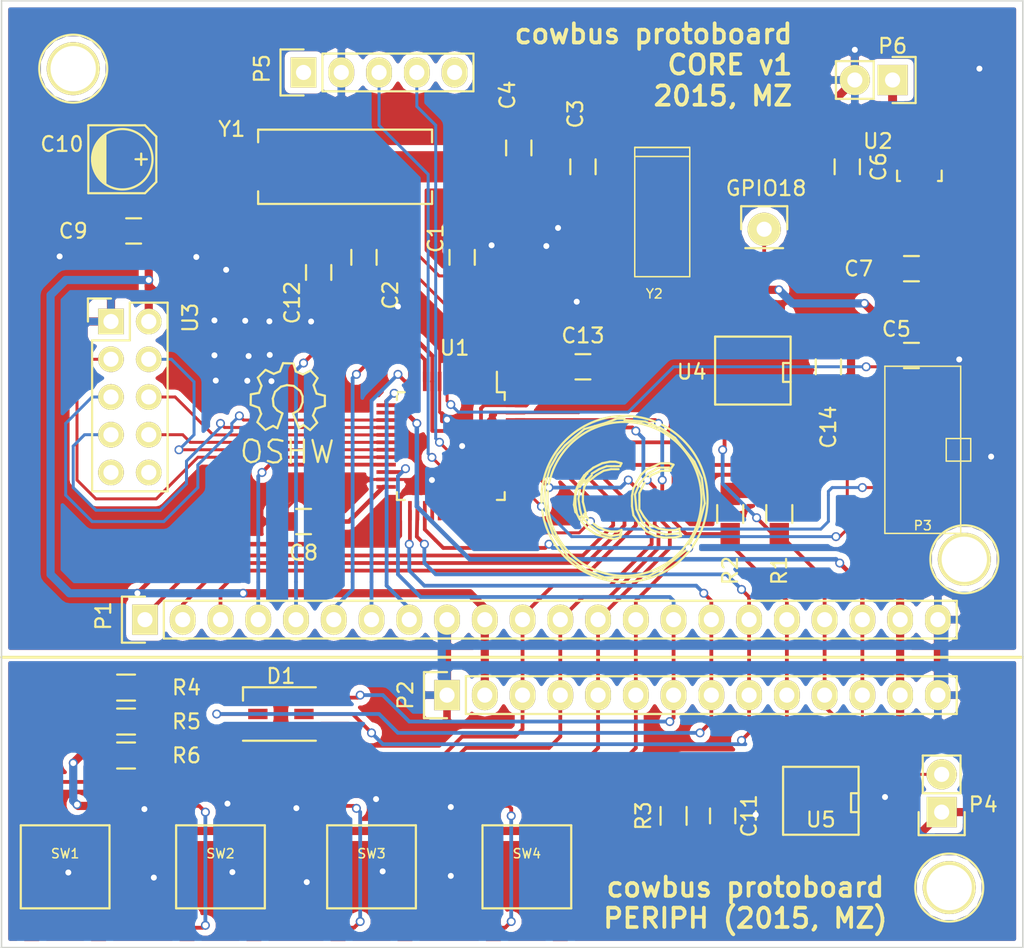
<source format=kicad_pcb>
(kicad_pcb (version 4) (host pcbnew 0.201508010901+6030~28~ubuntu14.04.1-product)
  (title_block (title "cowbus protoboard") (date 2015-08-02) (rev 1))
  (layers (0 F.Cu signal) (31 B.Cu signal) (34 B.Paste user) (35 F.Paste user) (36 B.SilkS user) (37 F.SilkS user) (38 B.Mask user) (39 F.Mask user) (44 Edge.Cuts user))
  (net 0 "")
  (net 1 /MCU/OSC_IN)
  (net 2 GND)
  (net 3 /MCU/OSC_OUT)
  (net 4 /MCU/OSC32_IN)
  (net 5 /MCU/OSC32_OUT)
  (net 6 /MCU/NRST)
  (net 7 VCC)
  (net 8 +3V3)
  (net 9 /MCU/GPIO11)
  (net 10 /MCU/GPIO9)
  (net 11 /MCU/GPIO10)
  (net 12 /MCU/GPIO1)
  (net 13 /MCU/GPIO2)
  (net 14 /MCU/GPIO3)
  (net 15 /MCU/GPIO8)
  (net 16 /MCU/GPIO13)
  (net 17 /MCU/GPIO14)
  (net 18 /MCU/GPIO15)
  (net 19 /MCU/GPIO16)
  (net 20 /MCU/GPIO0)
  (net 21 /MCU/GPIO6)
  (net 22 /MCU/GPIO7)
  (net 23 /MCU/GPIO12)
  (net 24 /MCU/GPIO4)
  (net 25 /MCU/GPIO5)
  (net 26 /Periphery/BUZ)
  (net 27 /MCU/SWDIO)
  (net 28 /MCU/SWCLK)
  (net 29 "Net-(P3-Pad6)")
  (net 30 "Net-(P3-Pad7)")
  (net 31 "Net-(P3-Pad8)")
  (net 32 "Net-(P3-Pad9)")
  (net 33 "Net-(P5-Pad1)")
  (net 34 /MCU/TX)
  (net 35 /MCU/RX)
  (net 36 "Net-(P5-Pad5)")
  (net 37 "Net-(R3-Pad2)")
  (net 38 "Net-(U1-Pad1)")
  (net 39 /MCU/radio+eeprom/SCK)
  (net 40 /MCU/radio+eeprom/MISO)
  (net 41 /MCU/radio+eeprom/MOSI)
  (net 42 /MCU/radio+eeprom/IRQ)
  (net 43 /MCU/radio+eeprom/CSN)
  (net 44 /MCU/radio+eeprom/CE)
  (net 45 "Net-(U1-Pad28)")
  (net 46 "Net-(U1-Pad29)")
  (net 47 "Net-(U1-Pad32)")
  (net 48 "Net-(U1-Pad33)")
  (net 49 "Net-(U1-Pad35)")
  (net 50 "Net-(U1-Pad36)")
  (net 51 "Net-(D1-Pad4)")
  (net 52 "Net-(D1-Pad1)")
  (net 53 "Net-(D1-Pad3)")
  (net 54 /MCU/GPIO18)
  (module Connect:1pin (layer F.Cu) (at 179.578 112.776)
    (fp_text reference "" (at 0 -3.048) (layer F.SilkS))
    (fp_text value 1pin)
    (pad 1 thru_hole circle (at 0 0) (size 3.564 3.564) (drill 3.048) (layers *.Cu *.Mask F.SilkS))
  )
  (module Connect:1pin (layer F.Cu) (at 178.562 134.874)
    (fp_text reference "" (at 0 -3.048) (layer F.SilkS))
    (fp_text value 1pin)
    (pad 1 thru_hole circle (at 0 0) (size 3.564 3.564) (drill 3.048) (layers *.Cu *.Mask F.SilkS))
  )
  (module LEDs:LED_RGB_PLLC-6 (layer F.Cu) (at 133.604 123.19)
    (fp_text reference D1 (at 0 -2.55 180) (layer F.SilkS))
    (fp_text value LED_RGB_reichelt)
    (pad 1 smd rect (at -1.55 -1.1 90) (size 0.7 1.3) (layers F.Cu F.Paste F.Mask) (net 52 "Net-(D1-Pad1)"))
    (pad 2 smd rect (at -1.55 0 90) (size 0.7 1.3) (layers F.Cu F.Paste F.Mask) (net 11 /MCU/GPIO10))
    (pad 3 smd rect (at -1.55 1.1 90) (size 0.7 1.3) (layers F.Cu F.Paste F.Mask) (net 53 "Net-(D1-Pad3)"))
    (pad 4 smd rect (at 1.55 1.1 90) (size 0.7 1.3) (layers F.Cu F.Paste F.Mask) (net 51 "Net-(D1-Pad4)"))
    (pad 5 smd rect (at 1.55 0 90) (size 0.7 1.3) (layers F.Cu F.Paste F.Mask) (net 9 /MCU/GPIO11))
    (pad 6 smd rect (at 1.55 -1.1 90) (size 0.7 1.3) (layers F.Cu F.Paste F.Mask) (net 10 /MCU/GPIO9))
  )
  (module Capacitors_SMD:C_0805_HandSoldering (layer F.Cu) (at 145.796 92.456 90)
    (fp_text reference C1 (at 1.27 -1.778 90) (layer F.SilkS))
    (fp_text value 20p)
    (pad 1 smd rect (at -1.25 0 90) (size 1.5 1.25) (layers F.Cu F.Paste F.Mask) (net 1 /MCU/OSC_IN))
    (pad 2 smd rect (at 1.25 0 90) (size 1.5 1.25) (layers F.Cu F.Paste F.Mask) (net 2 GND))
  )
  (module Capacitors_SMD:C_0805_HandSoldering (layer F.Cu) (at 139.192 92.456 270)
    (fp_text reference C2 (at 2.54 -1.778 270) (layer F.SilkS))
    (fp_text value 20p)
    (pad 1 smd rect (at -1.25 0 270) (size 1.5 1.25) (layers F.Cu F.Paste F.Mask) (net 3 /MCU/OSC_OUT))
    (pad 2 smd rect (at 1.25 0 270) (size 1.5 1.25) (layers F.Cu F.Paste F.Mask) (net 2 GND))
  )
  (module Capacitors_SMD:C_0805_HandSoldering (layer F.Cu) (at 153.924 86.36 90)
    (fp_text reference C3 (at 3.556 -0.508 90) (layer F.SilkS))
    (fp_text value 10p)
    (pad 1 smd rect (at -1.25 0 90) (size 1.5 1.25) (layers F.Cu F.Paste F.Mask) (net 4 /MCU/OSC32_IN))
    (pad 2 smd rect (at 1.25 0 90) (size 1.5 1.25) (layers F.Cu F.Paste F.Mask) (net 2 GND))
  )
  (module Capacitors_SMD:C_0805_HandSoldering (layer F.Cu) (at 149.606 85.09 90)
    (fp_text reference C4 (at 3.556 -0.762 90) (layer F.SilkS))
    (fp_text value 10p)
    (pad 1 smd rect (at -1.25 0 90) (size 1.5 1.25) (layers F.Cu F.Paste F.Mask) (net 5 /MCU/OSC32_OUT))
    (pad 2 smd rect (at 1.25 0 90) (size 1.5 1.25) (layers F.Cu F.Paste F.Mask) (net 2 GND))
  )
  (module Capacitors_SMD:C_0805_HandSoldering (layer F.Cu) (at 176.022 99.06)
    (fp_text reference C5 (at -1.016 -1.778) (layer F.SilkS))
    (fp_text value 100n)
    (pad 1 smd rect (at -1.25 0) (size 1.5 1.25) (layers F.Cu F.Paste F.Mask) (net 6 /MCU/NRST))
    (pad 2 smd rect (at 1.25 0) (size 1.5 1.25) (layers F.Cu F.Paste F.Mask) (net 2 GND))
  )
  (module Capacitors_SMD:C_0805_HandSoldering (layer F.Cu) (at 171.704 86.36 270)
    (fp_text reference C6 (at 0 -2.1 270) (layer F.SilkS))
    (fp_text value 1u)
    (pad 1 smd rect (at -1.25 0 270) (size 1.5 1.25) (layers F.Cu F.Paste F.Mask) (net 7 VCC))
    (pad 2 smd rect (at 1.25 0 270) (size 1.5 1.25) (layers F.Cu F.Paste F.Mask) (net 2 GND))
  )
  (module Capacitors_SMD:C_0805_HandSoldering (layer F.Cu) (at 176.022 93.218 180)
    (fp_text reference C7 (at 3.556 0 180) (layer F.SilkS))
    (fp_text value 2u2)
    (pad 1 smd rect (at -1.25 0 180) (size 1.5 1.25) (layers F.Cu F.Paste F.Mask) (net 8 +3V3))
    (pad 2 smd rect (at 1.25 0 180) (size 1.5 1.25) (layers F.Cu F.Paste F.Mask) (net 2 GND))
  )
  (module Capacitors_SMD:C_0805_HandSoldering (layer F.Cu) (at 135.128 110.236 180)
    (fp_text reference C8 (at 0 -2.1 180) (layer F.SilkS))
    (fp_text value 100n)
    (pad 1 smd rect (at -1.25 0 180) (size 1.5 1.25) (layers F.Cu F.Paste F.Mask) (net 8 +3V3))
    (pad 2 smd rect (at 1.25 0 180) (size 1.5 1.25) (layers F.Cu F.Paste F.Mask) (net 2 GND))
  )
  (module Capacitors_SMD:C_0805_HandSoldering (layer F.Cu) (at 123.698 90.678 180)
    (fp_text reference C9 (at 4.064 0 180) (layer F.SilkS))
    (fp_text value 100n)
    (pad 1 smd rect (at -1.25 0 180) (size 1.5 1.25) (layers F.Cu F.Paste F.Mask) (net 8 +3V3))
    (pad 2 smd rect (at 1.25 0 180) (size 1.5 1.25) (layers F.Cu F.Paste F.Mask) (net 2 GND))
  )
  (module Capacitors_SMD:c_elec_4x5.8 (layer F.Cu) (at 122.936 85.852)
    (fp_text reference C10 (at -4.064 -1.016) (layer F.SilkS))
    (fp_text value 10u)
    (pad 1 smd rect (at 1.80086 0) (size 2.60096 1.6002) (layers F.Cu F.Paste F.Mask) (net 8 +3V3))
    (pad 2 smd rect (at -1.80086 0) (size 2.60096 1.6002) (layers F.Cu F.Paste F.Mask) (net 2 GND))
  )
  (module Capacitors_SMD:C_0805_HandSoldering (layer F.Cu) (at 163.322 130.048 90)
    (fp_text reference C11 (at 0 1.778 90) (layer F.SilkS))
    (fp_text value 100n)
    (pad 1 smd rect (at -1.25 0 90) (size 1.5 1.25) (layers F.Cu F.Paste F.Mask) (net 8 +3V3))
    (pad 2 smd rect (at 1.25 0 90) (size 1.5 1.25) (layers F.Cu F.Paste F.Mask) (net 2 GND))
  )
  (module Pin_Headers:Pin_Header_Straight_1x22 (layer F.Cu) (at 124.46 116.84 90)
    (fp_text reference P1 (at 0.254 -2.794 90) (layer F.SilkS))
    (fp_text value CPU_TO_PERIPH)
    (pad 1 thru_hole rect (at 0 0 90) (size 2.032 1.7272) (drill 1.016) (layers *.Cu *.Mask F.SilkS) (net 12 /MCU/GPIO1))
    (pad 2 thru_hole oval (at 0 2.54 90) (size 2.032 1.7272) (drill 1.016) (layers *.Cu *.Mask F.SilkS) (net 13 /MCU/GPIO2))
    (pad 3 thru_hole oval (at 0 5.08 90) (size 2.032 1.7272) (drill 1.016) (layers *.Cu *.Mask F.SilkS) (net 14 /MCU/GPIO3))
    (pad 4 thru_hole oval (at 0 7.62 90) (size 2.032 1.7272) (drill 1.016) (layers *.Cu *.Mask F.SilkS) (net 15 /MCU/GPIO8))
    (pad 5 thru_hole oval (at 0 10.16 90) (size 2.032 1.7272) (drill 1.016) (layers *.Cu *.Mask F.SilkS) (net 16 /MCU/GPIO13))
    (pad 6 thru_hole oval (at 0 12.7 90) (size 2.032 1.7272) (drill 1.016) (layers *.Cu *.Mask F.SilkS) (net 17 /MCU/GPIO14))
    (pad 7 thru_hole oval (at 0 15.24 90) (size 2.032 1.7272) (drill 1.016) (layers *.Cu *.Mask F.SilkS) (net 18 /MCU/GPIO15))
    (pad 8 thru_hole oval (at 0 17.78 90) (size 2.032 1.7272) (drill 1.016) (layers *.Cu *.Mask F.SilkS) (net 19 /MCU/GPIO16))
    (pad 9 thru_hole oval (at 0 20.32 90) (size 2.032 1.7272) (drill 1.016) (layers *.Cu *.Mask F.SilkS) (net 2 GND))
    (pad 10 thru_hole oval (at 0 22.86 90) (size 2.032 1.7272) (drill 1.016) (layers *.Cu *.Mask F.SilkS) (net 8 +3V3))
    (pad 11 thru_hole oval (at 0 25.4 90) (size 2.032 1.7272) (drill 1.016) (layers *.Cu *.Mask F.SilkS) (net 20 /MCU/GPIO0))
    (pad 12 thru_hole oval (at 0 27.94 90) (size 2.032 1.7272) (drill 1.016) (layers *.Cu *.Mask F.SilkS) (net 21 /MCU/GPIO6))
    (pad 13 thru_hole oval (at 0 30.48 90) (size 2.032 1.7272) (drill 1.016) (layers *.Cu *.Mask F.SilkS) (net 22 /MCU/GPIO7))
    (pad 14 thru_hole oval (at 0 33.02 90) (size 2.032 1.7272) (drill 1.016) (layers *.Cu *.Mask F.SilkS) (net 23 /MCU/GPIO12))
    (pad 15 thru_hole oval (at 0 35.56 90) (size 2.032 1.7272) (drill 1.016) (layers *.Cu *.Mask F.SilkS) (net 10 /MCU/GPIO9))
    (pad 16 thru_hole oval (at 0 38.1 90) (size 2.032 1.7272) (drill 1.016) (layers *.Cu *.Mask F.SilkS) (net 11 /MCU/GPIO10))
    (pad 17 thru_hole oval (at 0 40.64 90) (size 2.032 1.7272) (drill 1.016) (layers *.Cu *.Mask F.SilkS) (net 9 /MCU/GPIO11))
    (pad 18 thru_hole oval (at 0 43.18 90) (size 2.032 1.7272) (drill 1.016) (layers *.Cu *.Mask F.SilkS) (net 24 /MCU/GPIO4))
    (pad 19 thru_hole oval (at 0 45.72 90) (size 2.032 1.7272) (drill 1.016) (layers *.Cu *.Mask F.SilkS) (net 25 /MCU/GPIO5))
    (pad 20 thru_hole oval (at 0 48.26 90) (size 2.032 1.7272) (drill 1.016) (layers *.Cu *.Mask F.SilkS) (net 26 /Periphery/BUZ))
    (pad 21 thru_hole oval (at 0 50.8 90) (size 2.032 1.7272) (drill 1.016) (layers *.Cu *.Mask F.SilkS) (net 8 +3V3))
    (pad 22 thru_hole oval (at 0 53.34 90) (size 2.032 1.7272) (drill 1.016) (layers *.Cu *.Mask F.SilkS) (net 2 GND))
  )
  (module Pin_Headers:Pin_Header_Straight_1x14 (layer F.Cu) (at 144.78 121.92 90)
    (fp_text reference P2 (at 0 -2.794 90) (layer F.SilkS))
    (fp_text value PERIPH_TO_MCU)
    (pad 1 thru_hole rect (at 0 0 90) (size 2.032 1.7272) (drill 1.016) (layers *.Cu *.Mask F.SilkS) (net 2 GND))
    (pad 2 thru_hole oval (at 0 2.54 90) (size 2.032 1.7272) (drill 1.016) (layers *.Cu *.Mask F.SilkS) (net 8 +3V3))
    (pad 3 thru_hole oval (at 0 5.08 90) (size 2.032 1.7272) (drill 1.016) (layers *.Cu *.Mask F.SilkS) (net 20 /MCU/GPIO0))
    (pad 4 thru_hole oval (at 0 7.62 90) (size 2.032 1.7272) (drill 1.016) (layers *.Cu *.Mask F.SilkS) (net 21 /MCU/GPIO6))
    (pad 5 thru_hole oval (at 0 10.16 90) (size 2.032 1.7272) (drill 1.016) (layers *.Cu *.Mask F.SilkS) (net 22 /MCU/GPIO7))
    (pad 6 thru_hole oval (at 0 12.7 90) (size 2.032 1.7272) (drill 1.016) (layers *.Cu *.Mask F.SilkS) (net 23 /MCU/GPIO12))
    (pad 7 thru_hole oval (at 0 15.24 90) (size 2.032 1.7272) (drill 1.016) (layers *.Cu *.Mask F.SilkS) (net 10 /MCU/GPIO9))
    (pad 8 thru_hole oval (at 0 17.78 90) (size 2.032 1.7272) (drill 1.016) (layers *.Cu *.Mask F.SilkS) (net 11 /MCU/GPIO10))
    (pad 9 thru_hole oval (at 0 20.32 90) (size 2.032 1.7272) (drill 1.016) (layers *.Cu *.Mask F.SilkS) (net 9 /MCU/GPIO11))
    (pad 10 thru_hole oval (at 0 22.86 90) (size 2.032 1.7272) (drill 1.016) (layers *.Cu *.Mask F.SilkS) (net 24 /MCU/GPIO4))
    (pad 11 thru_hole oval (at 0 25.4 90) (size 2.032 1.7272) (drill 1.016) (layers *.Cu *.Mask F.SilkS) (net 25 /MCU/GPIO5))
    (pad 12 thru_hole oval (at 0 27.94 90) (size 2.032 1.7272) (drill 1.016) (layers *.Cu *.Mask F.SilkS) (net 26 /Periphery/BUZ))
    (pad 13 thru_hole oval (at 0 30.48 90) (size 2.032 1.7272) (drill 1.016) (layers *.Cu *.Mask F.SilkS) (net 8 +3V3))
    (pad 14 thru_hole oval (at 0 33.02 90) (size 2.032 1.7272) (drill 1.016) (layers *.Cu *.Mask F.SilkS) (net 2 GND))
  )
  (module lib:CORTEX_header_SMD (layer F.Cu) (at 176.784 105.41 180)
    (fp_text reference P3 (at 0 -5.1 180) (layer F.SilkS) (effects (font (size 0.625 0.625) (thickness 0.1))))
    (fp_text value SWD hide)
    (pad 1 smd rect (at -2.4 -2.54) (size 1.5 0.76) (layers F.Cu F.Paste F.Mask) (net 8 +3V3))
    (pad 2 smd rect (at 2.4 -2.54 180) (size 1.5 0.76) (layers F.Cu F.Paste F.Mask) (net 27 /MCU/SWDIO))
    (pad 3 smd rect (at -2.4 -1.27) (size 1.5 0.76) (layers F.Cu F.Paste F.Mask) (net 2 GND))
    (pad 4 smd rect (at 2.4 -1.27 180) (size 1.5 0.76) (layers F.Cu F.Paste F.Mask) (net 28 /MCU/SWCLK))
    (pad 5 smd rect (at -2.4 0) (size 1.5 0.76) (layers F.Cu F.Paste F.Mask) (net 2 GND))
    (pad 6 smd rect (at 2.4 0 180) (size 1.5 0.76) (layers F.Cu F.Paste F.Mask) (net 29 "Net-(P3-Pad6)"))
    (pad 7 smd rect (at -2.4 1.27) (size 1.5 0.76) (layers F.Cu F.Paste F.Mask) (net 30 "Net-(P3-Pad7)"))
    (pad 8 smd rect (at 2.4 1.27 180) (size 1.5 0.76) (layers F.Cu F.Paste F.Mask) (net 31 "Net-(P3-Pad8)"))
    (pad 9 smd rect (at -2.4 2.54) (size 1.5 0.76) (layers F.Cu F.Paste F.Mask) (net 32 "Net-(P3-Pad9)"))
    (pad 10 smd rect (at 2.4 2.54 180) (size 1.5 0.76) (layers F.Cu F.Paste F.Mask) (net 6 /MCU/NRST))
  )
  (module Pin_Headers:Pin_Header_Straight_1x02 (layer F.Cu) (at 178.054 129.794 180)
    (fp_text reference P4 (at -2.794 0.508 180) (layer F.SilkS))
    (fp_text value BUZ)
    (pad 1 thru_hole rect (at 0 0 180) (size 2.032 2.032) (drill 1.016) (layers *.Cu *.Mask F.SilkS) (net 8 +3V3))
    (pad 2 thru_hole oval (at 0 2.54 180) (size 2.032 2.032) (drill 1.016) (layers *.Cu *.Mask F.SilkS) (net 26 /Periphery/BUZ))
  )
  (module Pin_Headers:Pin_Header_Straight_1x05 (layer F.Cu) (at 135.128 80.01 90)
    (fp_text reference P5 (at 0.254 -2.794 90) (layer F.SilkS))
    (fp_text value USART_DEBUG)
    (pad 1 thru_hole rect (at 0 0 90) (size 2.032 1.7272) (drill 1.016) (layers *.Cu *.Mask F.SilkS) (net 33 "Net-(P5-Pad1)"))
    (pad 2 thru_hole oval (at 0 2.54 90) (size 2.032 1.7272) (drill 1.016) (layers *.Cu *.Mask F.SilkS) (net 2 GND))
    (pad 3 thru_hole oval (at 0 5.08 90) (size 2.032 1.7272) (drill 1.016) (layers *.Cu *.Mask F.SilkS) (net 34 /MCU/TX))
    (pad 4 thru_hole oval (at 0 7.62 90) (size 2.032 1.7272) (drill 1.016) (layers *.Cu *.Mask F.SilkS) (net 35 /MCU/RX))
    (pad 5 thru_hole oval (at 0 10.16 90) (size 2.032 1.7272) (drill 1.016) (layers *.Cu *.Mask F.SilkS) (net 36 "Net-(P5-Pad5)"))
  )
  (module Resistors_SMD:R_0805_HandSoldering (layer F.Cu) (at 167.132 109.728 270)
    (fp_text reference R1 (at 3.81 0 270) (layer F.SilkS))
    (fp_text value 4k7)
    (pad 1 smd rect (at -1.35 0 270) (size 1.5 1.3) (layers F.Cu F.Paste F.Mask) (net 8 +3V3))
    (pad 2 smd rect (at 1.35 0 270) (size 1.5 1.3) (layers F.Cu F.Paste F.Mask) (net 25 /MCU/GPIO5))
  )
  (module Resistors_SMD:R_0805_HandSoldering (layer F.Cu) (at 163.83 109.728 270)
    (fp_text reference R2 (at 3.81 0 270) (layer F.SilkS))
    (fp_text value 4k7)
    (pad 1 smd rect (at -1.35 0 270) (size 1.5 1.3) (layers F.Cu F.Paste F.Mask) (net 8 +3V3))
    (pad 2 smd rect (at 1.35 0 270) (size 1.5 1.3) (layers F.Cu F.Paste F.Mask) (net 24 /MCU/GPIO4))
  )
  (module Resistors_SMD:R_0805_HandSoldering (layer F.Cu) (at 160.02 130.048 90)
    (fp_text reference R3 (at 0 -2.032 90) (layer F.SilkS))
    (fp_text value 100k)
    (pad 1 smd rect (at -1.35 0 90) (size 1.5 1.3) (layers F.Cu F.Paste F.Mask) (net 8 +3V3))
    (pad 2 smd rect (at 1.35 0 90) (size 1.5 1.3) (layers F.Cu F.Paste F.Mask) (net 37 "Net-(R3-Pad2)"))
  )
  (module lib:Button_SMD_Schurter_LSG (layer F.Cu) (at 119.09044 133.477)
    (fp_text reference SW1 (at 0 -0.889) (layer F.SilkS) (effects (font (size 0.625 0.625) (thickness 0.1))))
    (fp_text value SW1 hide)
    (pad 1 smd rect (at -2.25044 -4.09956 180) (size 1.00076 1.80086) (layers F.Cu F.Paste F.Mask) (net 20 /MCU/GPIO0))
    (pad 1 smd rect (at -2.25044 4.09956 180) (size 1.00076 1.80086) (layers F.Cu F.Paste F.Mask) (net 20 /MCU/GPIO0))
    (pad 2 smd rect (at 2.25044 4.09956) (size 1.00076 1.80086) (layers F.Cu F.Paste F.Mask) (net 8 +3V3))
    (pad 2 smd rect (at 2.25044 -4.09956) (size 1.00076 1.80086) (layers F.Cu F.Paste F.Mask) (net 8 +3V3))
  )
  (module lib:Button_SMD_Schurter_LSG (layer F.Cu) (at 129.54 133.477)
    (fp_text reference SW2 (at 0 -0.889) (layer F.SilkS) (effects (font (size 0.625 0.625) (thickness 0.1))))
    (fp_text value SW2 hide)
    (pad 1 smd rect (at -2.25044 -4.09956 180) (size 1.00076 1.80086) (layers F.Cu F.Paste F.Mask) (net 21 /MCU/GPIO6))
    (pad 1 smd rect (at -2.25044 4.09956 180) (size 1.00076 1.80086) (layers F.Cu F.Paste F.Mask) (net 21 /MCU/GPIO6))
    (pad 2 smd rect (at 2.25044 4.09956) (size 1.00076 1.80086) (layers F.Cu F.Paste F.Mask) (net 8 +3V3))
    (pad 2 smd rect (at 2.25044 -4.09956) (size 1.00076 1.80086) (layers F.Cu F.Paste F.Mask) (net 8 +3V3))
  )
  (module lib:Button_SMD_Schurter_LSG (layer F.Cu) (at 139.7 133.477)
    (fp_text reference SW3 (at 0 -0.889) (layer F.SilkS) (effects (font (size 0.625 0.625) (thickness 0.1))))
    (fp_text value SW3 hide)
    (pad 1 smd rect (at -2.25044 -4.09956 180) (size 1.00076 1.80086) (layers F.Cu F.Paste F.Mask) (net 22 /MCU/GPIO7))
    (pad 1 smd rect (at -2.25044 4.09956 180) (size 1.00076 1.80086) (layers F.Cu F.Paste F.Mask) (net 22 /MCU/GPIO7))
    (pad 2 smd rect (at 2.25044 4.09956) (size 1.00076 1.80086) (layers F.Cu F.Paste F.Mask) (net 8 +3V3))
    (pad 2 smd rect (at 2.25044 -4.09956) (size 1.00076 1.80086) (layers F.Cu F.Paste F.Mask) (net 8 +3V3))
  )
  (module lib:Button_SMD_Schurter_LSG (layer F.Cu) (at 150.14956 133.477)
    (fp_text reference SW4 (at 0 -0.889) (layer F.SilkS) (effects (font (size 0.625 0.625) (thickness 0.1))))
    (fp_text value SW4 hide)
    (pad 1 smd rect (at -2.25044 -4.09956 180) (size 1.00076 1.80086) (layers F.Cu F.Paste F.Mask) (net 23 /MCU/GPIO12))
    (pad 1 smd rect (at -2.25044 4.09956 180) (size 1.00076 1.80086) (layers F.Cu F.Paste F.Mask) (net 23 /MCU/GPIO12))
    (pad 2 smd rect (at 2.25044 4.09956) (size 1.00076 1.80086) (layers F.Cu F.Paste F.Mask) (net 8 +3V3))
    (pad 2 smd rect (at 2.25044 -4.09956) (size 1.00076 1.80086) (layers F.Cu F.Paste F.Mask) (net 8 +3V3))
  )
  (module Housings_QFP:LQFP-48_7x7mm_Pitch0.5mm (layer F.Cu) (at 145.034 105.156 270)
    (fp_text reference U1 (at -6.604 -0.254 360) (layer F.SilkS))
    (fp_text value STM32F030C8T6)
    (pad 1 smd rect (at -4.35 -2.75 270) (size 1.3 0.25) (layers F.Cu F.Paste F.Mask) (net 38 "Net-(U1-Pad1)"))
    (pad 2 smd rect (at -4.35 -2.25 270) (size 1.3 0.25) (layers F.Cu F.Paste F.Mask) (net 54 /MCU/GPIO18))
    (pad 3 smd rect (at -4.35 -1.75 270) (size 1.3 0.25) (layers F.Cu F.Paste F.Mask) (net 4 /MCU/OSC32_IN))
    (pad 4 smd rect (at -4.35 -1.25 270) (size 1.3 0.25) (layers F.Cu F.Paste F.Mask) (net 5 /MCU/OSC32_OUT))
    (pad 5 smd rect (at -4.35 -0.75 270) (size 1.3 0.25) (layers F.Cu F.Paste F.Mask) (net 1 /MCU/OSC_IN))
    (pad 6 smd rect (at -4.35 -0.25 270) (size 1.3 0.25) (layers F.Cu F.Paste F.Mask) (net 3 /MCU/OSC_OUT))
    (pad 7 smd rect (at -4.35 0.25 270) (size 1.3 0.25) (layers F.Cu F.Paste F.Mask) (net 6 /MCU/NRST))
    (pad 8 smd rect (at -4.35 0.75 270) (size 1.3 0.25) (layers F.Cu F.Paste F.Mask) (net 2 GND))
    (pad 9 smd rect (at -4.35 1.25 270) (size 1.3 0.25) (layers F.Cu F.Paste F.Mask) (net 8 +3V3))
    (pad 10 smd rect (at -4.35 1.75 270) (size 1.3 0.25) (layers F.Cu F.Paste F.Mask) (net 16 /MCU/GPIO13))
    (pad 11 smd rect (at -4.35 2.25 270) (size 1.3 0.25) (layers F.Cu F.Paste F.Mask) (net 17 /MCU/GPIO14))
    (pad 12 smd rect (at -4.35 2.75 270) (size 1.3 0.25) (layers F.Cu F.Paste F.Mask) (net 18 /MCU/GPIO15))
    (pad 13 smd rect (at -2.75 4.35) (size 1.3 0.25) (layers F.Cu F.Paste F.Mask) (net 19 /MCU/GPIO16))
    (pad 14 smd rect (at -2.25 4.35) (size 1.3 0.25) (layers F.Cu F.Paste F.Mask) (net 26 /Periphery/BUZ))
    (pad 15 smd rect (at -1.75 4.35) (size 1.3 0.25) (layers F.Cu F.Paste F.Mask) (net 39 /MCU/radio+eeprom/SCK))
    (pad 16 smd rect (at -1.25 4.35) (size 1.3 0.25) (layers F.Cu F.Paste F.Mask) (net 40 /MCU/radio+eeprom/MISO))
    (pad 17 smd rect (at -0.75 4.35) (size 1.3 0.25) (layers F.Cu F.Paste F.Mask) (net 41 /MCU/radio+eeprom/MOSI))
    (pad 18 smd rect (at -0.25 4.35) (size 1.3 0.25) (layers F.Cu F.Paste F.Mask) (net 42 /MCU/radio+eeprom/IRQ))
    (pad 19 smd rect (at 0.25 4.35) (size 1.3 0.25) (layers F.Cu F.Paste F.Mask) (net 43 /MCU/radio+eeprom/CSN))
    (pad 20 smd rect (at 0.75 4.35) (size 1.3 0.25) (layers F.Cu F.Paste F.Mask) (net 44 /MCU/radio+eeprom/CE))
    (pad 21 smd rect (at 1.25 4.35) (size 1.3 0.25) (layers F.Cu F.Paste F.Mask) (net 15 /MCU/GPIO8))
    (pad 22 smd rect (at 1.75 4.35) (size 1.3 0.25) (layers F.Cu F.Paste F.Mask) (net 10 /MCU/GPIO9))
    (pad 23 smd rect (at 2.25 4.35) (size 1.3 0.25) (layers F.Cu F.Paste F.Mask) (net 2 GND))
    (pad 24 smd rect (at 2.75 4.35) (size 1.3 0.25) (layers F.Cu F.Paste F.Mask) (net 8 +3V3))
    (pad 25 smd rect (at 4.35 2.75 270) (size 1.3 0.25) (layers F.Cu F.Paste F.Mask) (net 11 /MCU/GPIO10))
    (pad 26 smd rect (at 4.35 2.25 270) (size 1.3 0.25) (layers F.Cu F.Paste F.Mask) (net 9 /MCU/GPIO11))
    (pad 27 smd rect (at 4.35 1.75 270) (size 1.3 0.25) (layers F.Cu F.Paste F.Mask) (net 23 /MCU/GPIO12))
    (pad 28 smd rect (at 4.35 1.25 270) (size 1.3 0.25) (layers F.Cu F.Paste F.Mask) (net 45 "Net-(U1-Pad28)"))
    (pad 29 smd rect (at 4.35 0.75 270) (size 1.3 0.25) (layers F.Cu F.Paste F.Mask) (net 46 "Net-(U1-Pad29)"))
    (pad 30 smd rect (at 4.35 0.25 270) (size 1.3 0.25) (layers F.Cu F.Paste F.Mask) (net 34 /MCU/TX))
    (pad 31 smd rect (at 4.35 -0.25 270) (size 1.3 0.25) (layers F.Cu F.Paste F.Mask) (net 35 /MCU/RX))
    (pad 32 smd rect (at 4.35 -0.75 270) (size 1.3 0.25) (layers F.Cu F.Paste F.Mask) (net 47 "Net-(U1-Pad32)"))
    (pad 33 smd rect (at 4.35 -1.25 270) (size 1.3 0.25) (layers F.Cu F.Paste F.Mask) (net 48 "Net-(U1-Pad33)"))
    (pad 34 smd rect (at 4.35 -1.75 270) (size 1.3 0.25) (layers F.Cu F.Paste F.Mask) (net 27 /MCU/SWDIO))
    (pad 35 smd rect (at 4.35 -2.25 270) (size 1.3 0.25) (layers F.Cu F.Paste F.Mask) (net 49 "Net-(U1-Pad35)"))
    (pad 36 smd rect (at 4.35 -2.75 270) (size 1.3 0.25) (layers F.Cu F.Paste F.Mask) (net 50 "Net-(U1-Pad36)"))
    (pad 37 smd rect (at 2.75 -4.35) (size 1.3 0.25) (layers F.Cu F.Paste F.Mask) (net 28 /MCU/SWCLK))
    (pad 38 smd rect (at 2.25 -4.35) (size 1.3 0.25) (layers F.Cu F.Paste F.Mask) (net 20 /MCU/GPIO0))
    (pad 39 smd rect (at 1.75 -4.35) (size 1.3 0.25) (layers F.Cu F.Paste F.Mask) (net 12 /MCU/GPIO1))
    (pad 40 smd rect (at 1.25 -4.35) (size 1.3 0.25) (layers F.Cu F.Paste F.Mask) (net 13 /MCU/GPIO2))
    (pad 41 smd rect (at 0.75 -4.35) (size 1.3 0.25) (layers F.Cu F.Paste F.Mask) (net 14 /MCU/GPIO3))
    (pad 42 smd rect (at 0.25 -4.35) (size 1.3 0.25) (layers F.Cu F.Paste F.Mask) (net 24 /MCU/GPIO4))
    (pad 43 smd rect (at -0.25 -4.35) (size 1.3 0.25) (layers F.Cu F.Paste F.Mask) (net 25 /MCU/GPIO5))
    (pad 44 smd rect (at -0.75 -4.35) (size 1.3 0.25) (layers F.Cu F.Paste F.Mask) (net 2 GND))
    (pad 45 smd rect (at -1.25 -4.35) (size 1.3 0.25) (layers F.Cu F.Paste F.Mask) (net 21 /MCU/GPIO6))
    (pad 46 smd rect (at -1.75 -4.35) (size 1.3 0.25) (layers F.Cu F.Paste F.Mask) (net 22 /MCU/GPIO7))
    (pad 47 smd rect (at -2.25 -4.35) (size 1.3 0.25) (layers F.Cu F.Paste F.Mask) (net 2 GND))
    (pad 48 smd rect (at -2.75 -4.35) (size 1.3 0.25) (layers F.Cu F.Paste F.Mask) (net 8 +3V3))
  )
  (module Housings_SOT-23_SOT-143_TSOT-6:SOT-23_Handsoldering (layer F.Cu) (at 176.5554 86.6648 180)
    (fp_text reference U2 (at 2.794 2.032 180) (layer F.SilkS))
    (fp_text value TS5204)
    (pad 1 smd rect (at -0.95 1.50114 180) (size 0.8001 1.80086) (layers F.Cu F.Paste F.Mask) (net 8 +3V3))
    (pad 2 smd rect (at 0.95 1.50114 180) (size 0.8001 1.80086) (layers F.Cu F.Paste F.Mask) (net 7 VCC))
    (pad 3 smd rect (at 0 -1.50114 180) (size 0.8001 1.80086) (layers F.Cu F.Paste F.Mask) (net 2 GND))
  )
  (module Pin_Headers:Pin_Header_Straight_2x05 (layer F.Cu) (at 122.174 96.774)
    (fp_text reference U3 (at 5.334 -0.254 90) (layer F.SilkS))
    (fp_text value nRF24L01+-Module)
    (pad 1 thru_hole rect (at 0 0) (size 1.7272 1.7272) (drill 1.016) (layers *.Cu *.Mask F.SilkS) (net 2 GND))
    (pad 2 thru_hole oval (at 2.54 0) (size 1.7272 1.7272) (drill 1.016) (layers *.Cu *.Mask F.SilkS) (net 8 +3V3))
    (pad 3 thru_hole oval (at 0 2.54) (size 1.7272 1.7272) (drill 1.016) (layers *.Cu *.Mask F.SilkS) (net 44 /MCU/radio+eeprom/CE))
    (pad 4 thru_hole oval (at 2.54 2.54) (size 1.7272 1.7272) (drill 1.016) (layers *.Cu *.Mask F.SilkS) (net 43 /MCU/radio+eeprom/CSN))
    (pad 5 thru_hole oval (at 0 5.08) (size 1.7272 1.7272) (drill 1.016) (layers *.Cu *.Mask F.SilkS) (net 39 /MCU/radio+eeprom/SCK))
    (pad 6 thru_hole oval (at 2.54 5.08) (size 1.7272 1.7272) (drill 1.016) (layers *.Cu *.Mask F.SilkS) (net 41 /MCU/radio+eeprom/MOSI))
    (pad 7 thru_hole oval (at 0 7.62) (size 1.7272 1.7272) (drill 1.016) (layers *.Cu *.Mask F.SilkS) (net 40 /MCU/radio+eeprom/MISO))
    (pad 8 thru_hole oval (at 2.54 7.62) (size 1.7272 1.7272) (drill 1.016) (layers *.Cu *.Mask F.SilkS) (net 42 /MCU/radio+eeprom/IRQ))
    (pad 9 thru_hole oval (at 0 10.16) (size 1.7272 1.7272) (drill 1.016) (layers *.Cu *.Mask F.SilkS))
    (pad 10 thru_hole oval (at 2.54 10.16) (size 1.7272 1.7272) (drill 1.016) (layers *.Cu *.Mask F.SilkS))
  )
  (module SMD_Packages:SOIC-8-N (layer F.Cu) (at 165.354 100.076 180)
    (fp_text reference U4 (at 4.1148 -0.0889 180) (layer F.SilkS))
    (fp_text value 24C16)
    (pad 8 smd rect (at -1.905 -3.175 180) (size 0.508 1.143) (layers F.Cu F.Paste F.Mask) (net 8 +3V3))
    (pad 7 smd rect (at -0.635 -3.175 180) (size 0.508 1.143) (layers F.Cu F.Paste F.Mask) (net 2 GND))
    (pad 6 smd rect (at 0.635 -3.175 180) (size 0.508 1.143) (layers F.Cu F.Paste F.Mask) (net 24 /MCU/GPIO4))
    (pad 5 smd rect (at 1.905 -3.175 180) (size 0.508 1.143) (layers F.Cu F.Paste F.Mask) (net 25 /MCU/GPIO5))
    (pad 4 smd rect (at 1.905 3.175 180) (size 0.508 1.143) (layers F.Cu F.Paste F.Mask) (net 2 GND))
    (pad 3 smd rect (at 0.635 3.175 180) (size 0.508 1.143) (layers F.Cu F.Paste F.Mask) (net 2 GND))
    (pad 2 smd rect (at -0.635 3.175 180) (size 0.508 1.143) (layers F.Cu F.Paste F.Mask) (net 2 GND))
    (pad 1 smd rect (at -1.905 3.175 180) (size 0.508 1.143) (layers F.Cu F.Paste F.Mask) (net 2 GND))
  )
  (module Crystals:Crystal_HC49-SD_SMD (layer F.Cu) (at 137.922 86.36 180)
    (fp_text reference Y1 (at 7.62 2.54 180) (layer F.SilkS))
    (fp_text value 8MHz)
    (pad 1 smd rect (at -4.84886 0 180) (size 5.6007 2.10058) (layers F.Cu F.Paste F.Mask) (net 1 /MCU/OSC_IN))
    (pad 2 smd rect (at 4.84886 0 180) (size 5.6007 2.10058) (layers F.Cu F.Paste F.Mask) (net 3 /MCU/OSC_OUT))
  )
  (module lib:crystal_SMD_CPFB (layer F.Cu) (at 159.258 89.408 270)
    (fp_text reference Y2 (at 5.4991 0.5334 360) (layer F.SilkS) (effects (font (size 0.625 0.625) (thickness 0.1))))
    (fp_text value 32,768kHz hide)
    (pad 1 smd rect (at -2.75 -1.6 90) (size 1.3 1.9) (layers F.Cu F.Paste F.Mask) (net 4 /MCU/OSC32_IN))
    (pad 2 smd rect (at -2.75 1.6 90) (size 1.3 1.9) (layers F.Cu F.Paste F.Mask) (net 5 /MCU/OSC32_OUT))
    (pad 3 smd rect (at 2.75 1.6 270) (size 1.3 1.9) (layers F.Cu F.Paste F.Mask))
    (pad 4 smd rect (at 2.75 -1.6 270) (size 1.3 1.9) (layers F.Cu F.Paste F.Mask))
  )
  (module Pin_Headers:Pin_Header_Straight_1x02 (layer F.Cu) (at 174.752 80.518 270)
    (fp_text reference P6 (at -2.286 0 360) (layer F.SilkS))
    (fp_text value CONN_01X02)
    (pad 1 thru_hole rect (at 0 0 270) (size 2.032 2.032) (drill 1.016) (layers *.Cu *.Mask F.SilkS) (net 7 VCC))
    (pad 2 thru_hole oval (at 0 2.54 270) (size 2.032 2.032) (drill 1.016) (layers *.Cu *.Mask F.SilkS) (net 2 GND))
  )
  (module SMD_Packages:SOIC-8-N (layer F.Cu) (at 169.926 129.032 180)
    (fp_text reference U5 (at 0 -1.27 180) (layer F.SilkS))
    (fp_text value LM75AD)
    (pad 8 smd rect (at -1.905 -3.175 180) (size 0.508 1.143) (layers F.Cu F.Paste F.Mask) (net 8 +3V3))
    (pad 7 smd rect (at -0.635 -3.175 180) (size 0.508 1.143) (layers F.Cu F.Paste F.Mask) (net 2 GND))
    (pad 6 smd rect (at 0.635 -3.175 180) (size 0.508 1.143) (layers F.Cu F.Paste F.Mask) (net 2 GND))
    (pad 5 smd rect (at 1.905 -3.175 180) (size 0.508 1.143) (layers F.Cu F.Paste F.Mask) (net 2 GND))
    (pad 4 smd rect (at 1.905 3.175 180) (size 0.508 1.143) (layers F.Cu F.Paste F.Mask) (net 2 GND))
    (pad 3 smd rect (at 0.635 3.175 180) (size 0.508 1.143) (layers F.Cu F.Paste F.Mask) (net 37 "Net-(R3-Pad2)"))
    (pad 2 smd rect (at -0.635 3.175 180) (size 0.508 1.143) (layers F.Cu F.Paste F.Mask) (net 24 /MCU/GPIO4))
    (pad 1 smd rect (at -1.905 3.175 180) (size 0.508 1.143) (layers F.Cu F.Paste F.Mask) (net 25 /MCU/GPIO5))
  )
  (module Capacitors_SMD:C_0805_HandSoldering (layer F.Cu) (at 136.144 93.472 90)
    (fp_text reference C12 (at -2.032 -1.778 90) (layer F.SilkS))
    (fp_text value 100n)
    (pad 1 smd rect (at -1.25 0 90) (size 1.5 1.25) (layers F.Cu F.Paste F.Mask) (net 8 +3V3))
    (pad 2 smd rect (at 1.25 0 90) (size 1.5 1.25) (layers F.Cu F.Paste F.Mask) (net 2 GND))
  )
  (module Capacitors_SMD:C_0805_HandSoldering (layer F.Cu) (at 153.924 99.822)
    (fp_text reference C13 (at 0 -2.1) (layer F.SilkS))
    (fp_text value 100n)
    (pad 1 smd rect (at -1.25 0) (size 1.5 1.25) (layers F.Cu F.Paste F.Mask) (net 8 +3V3))
    (pad 2 smd rect (at 1.25 0) (size 1.5 1.25) (layers F.Cu F.Paste F.Mask) (net 2 GND))
  )
  (module Resistors_SMD:R_0805_HandSoldering (layer F.Cu) (at 123.19 121.412)
    (fp_text reference R4 (at 4.064 0) (layer F.SilkS))
    (fp_text value 150)
    (pad 1 smd rect (at -1.35 0) (size 1.5 1.3) (layers F.Cu F.Paste F.Mask) (net 8 +3V3))
    (pad 2 smd rect (at 1.35 0) (size 1.5 1.3) (layers F.Cu F.Paste F.Mask) (net 52 "Net-(D1-Pad1)"))
  )
  (module Resistors_SMD:R_0805_HandSoldering (layer F.Cu) (at 123.19 123.698)
    (fp_text reference R5 (at 4.064 0) (layer F.SilkS))
    (fp_text value 150)
    (pad 1 smd rect (at -1.35 0) (size 1.5 1.3) (layers F.Cu F.Paste F.Mask) (net 8 +3V3))
    (pad 2 smd rect (at 1.35 0) (size 1.5 1.3) (layers F.Cu F.Paste F.Mask) (net 53 "Net-(D1-Pad3)"))
  )
  (module Resistors_SMD:R_0805_HandSoldering (layer F.Cu) (at 123.19 125.984)
    (fp_text reference R6 (at 4.064 0) (layer F.SilkS))
    (fp_text value 150)
    (pad 1 smd rect (at -1.35 0) (size 1.5 1.3) (layers F.Cu F.Paste F.Mask) (net 8 +3V3))
    (pad 2 smd rect (at 1.35 0) (size 1.5 1.3) (layers F.Cu F.Paste F.Mask) (net 51 "Net-(D1-Pad4)"))
  )
  (module Capacitors_SMD:C_0805_HandSoldering (layer F.Cu) (at 170.434 99.822 90)
    (fp_text reference C14 (at -4.064 0 90) (layer F.SilkS))
    (fp_text value 100n)
    (pad 1 smd rect (at -1.25 0 90) (size 1.5 1.25) (layers F.Cu F.Paste F.Mask) (net 8 +3V3))
    (pad 2 smd rect (at 1.25 0 90) (size 1.5 1.25) (layers F.Cu F.Paste F.Mask) (net 2 GND))
  )
  (module Symbols:Symbol_CreativeCommons_SilkScreenTop_Type2_Big (layer F.Cu) (at 156.718 108.712)
    (fp_text reference "" (at 0.59944 -7.29996) (layer F.SilkS))
    (fp_text value Symbol_CreativeCommons_SilkScreenTop_Type2_Big)
  )
  (module Connect:1pin (layer F.Cu) (at 119.634 79.756)
    (fp_text reference "" (at 0 -3.048) (layer F.SilkS))
    (fp_text value 1pin)
    (pad 1 thru_hole circle (at 0 0) (size 3.564 3.564) (drill 3.048) (layers *.Cu *.Mask F.SilkS))
  )
  (module Pin_Headers:Pin_Header_Straight_1x01 (layer F.Cu) (at 166.116 90.5637)
    (fp_text reference GPIO18 (at 0.127 -2.7559) (layer F.SilkS))
    (fp_text value CONN_01X01)
    (pad 1 thru_hole circle (at 0 0) (size 2.2352 2.2352) (drill 1.016) (layers *.Cu *.Mask F.SilkS) (net 54 /MCU/GPIO18))
  )
  (module Symbols:Symbol_OSHW-Logo_SilkScreen (layer F.Cu) (at 134.0612 102.0572)
    (fp_text reference "" (at 0.09906 -4.38912) (layer F.SilkS))
    (fp_text value Symbol_OSHW-Logo_SilkScreen)
  )
  (gr_text "cowbus protoboard\nCORE v1\n2015, MZ" (at 168.148 79.502) (layer F.SilkS) (effects (font (size 1.3 1.3) (thickness 0.25)) (justify right)))
  (gr_text "cowbus protoboard\nPERIPH (2015, MZ)" (at 164.846 135.89) (layer F.SilkS) (effects (font (size 1.3 1.3) (thickness 0.25))))
  (gr_line (start 183.5126 119.372) (end 114.808 119.372) (layer F.SilkS) (width 0.2))
  (gr_line (start 183.5126 138.9126) (end 114.785 138.9126) (angle 90) (layer Edge.Cuts) (width 0.1))
  (gr_line (start 183.5126 138.9126) (end 183.5126 75.184) (angle 90) (layer Edge.Cuts) (width 0.1))
  (gr_line (start 114.8126 75.1918) (end 114.8126 138.9126) (angle 90) (layer Edge.Cuts) (width 0.1))
  (gr_line (start 114.8126 75.184) (end 183.5126 75.184) (angle 90) (layer Edge.Cuts) (width 0.1))
  (segment (start 145.796 93.706) (end 144.252 93.706) (width 0.2) (layer F.Cu) (net 1))
  (segment (start 142.77086 92.22486) (end 142.77086 86.36) (width 0.2) (layer F.Cu) (net 1))
  (segment (start 144.252 93.706) (end 142.77086 92.22486) (width 0.2) (layer F.Cu) (net 1))
  (segment (start 145.784 100.806) (end 145.784 93.718) (width 0.2) (layer F.Cu) (net 1))
  (segment (start 145.784 93.718) (end 145.796 93.706) (width 0.2) (layer F.Cu) (net 1))
  (segment (start 177.8 121.92) (end 177.8 121.4882) (width 0.55) (layer B.Cu) (net 2))
  (segment (start 177.8 121.4882) (end 178.2318 121.0564) (width 0.55) (layer B.Cu) (net 2))
  (segment (start 178.2318 121.0564) (end 178.2318 117.2718) (width 0.55) (layer B.Cu) (net 2))
  (segment (start 178.2318 117.2718) (end 177.8 116.84) (width 0.55) (layer B.Cu) (net 2))
  (segment (start 144.78 121.92) (end 144.78 121.0818) (width 0.55) (layer B.Cu) (net 2))
  (segment (start 144.78 121.0818) (end 144.4244 120.7262) (width 0.55) (layer B.Cu) (net 2))
  (segment (start 144.4244 120.7262) (end 144.4244 117.1956) (width 0.55) (layer B.Cu) (net 2))
  (segment (start 144.4244 117.1956) (end 144.78 116.84) (width 0.55) (layer B.Cu) (net 2))
  (segment (start 177.8 116.84) (end 177.8 121.92) (width 0.55) (layer F.Cu) (net 2))
  (segment (start 144.78 121.92) (end 144.78 116.84) (width 0.55) (layer F.Cu) (net 2))
  (segment (start 176.5554 88.16594) (end 172.25994 88.16594) (width 0.55) (layer F.Cu) (net 2))
  (segment (start 172.25994 88.16594) (end 171.704 87.61) (width 0.55) (layer F.Cu) (net 2))
  (segment (start 122.174 96.774) (end 120.4976 96.774) (width 0.55) (layer F.Cu) (net 2))
  (segment (start 132.969 100.7872) (end 132.9944 100.7872) (width 0.55) (layer F.Cu) (net 2))
  (via (at 132.969 100.7872) (size 0.6) (drill 0.4) (layers F.Cu B.Cu) (net 2))
  (segment (start 131.4196 100.838) (end 132.969 100.7872) (width 0.55) (layer B.Cu) (net 2))
  (segment (start 131.3434 100.7618) (end 131.4196 100.838) (width 0.55) (layer B.Cu) (net 2))
  (via (at 131.3434 100.7618) (size 0.6) (drill 0.4) (layers F.Cu B.Cu) (net 2))
  (segment (start 129.5146 100.6983) (end 131.3434 100.7618) (width 0.55) (layer F.Cu) (net 2))
  (segment (start 129.2225 100.7491) (end 129.5146 100.6983) (width 0.55) (layer F.Cu) (net 2))
  (via (at 129.2225 100.7491) (size 0.6) (drill 0.4) (layers F.Cu B.Cu) (net 2))
  (segment (start 129.1717 99.0854) (end 129.2225 100.7491) (width 0.55) (layer B.Cu) (net 2))
  (segment (start 129.1336 99.0473) (end 129.1717 99.0854) (width 0.55) (layer B.Cu) (net 2))
  (via (at 129.1336 99.0473) (size 0.6) (drill 0.4) (layers F.Cu B.Cu) (net 2))
  (segment (start 131.3815 99.0473) (end 129.1336 99.0473) (width 0.55) (layer F.Cu) (net 2))
  (segment (start 131.4323 99.0981) (end 131.3815 99.0473) (width 0.55) (layer F.Cu) (net 2))
  (via (at 131.4323 99.0981) (size 0.6) (drill 0.4) (layers F.Cu B.Cu) (net 2))
  (segment (start 132.7785 99.0981) (end 131.4323 99.0981) (width 0.55) (layer B.Cu) (net 2))
  (segment (start 132.8547 99.0219) (end 132.7785 99.0981) (width 0.55) (layer B.Cu) (net 2))
  (via (at 132.8547 99.0219) (size 0.6) (drill 0.4) (layers F.Cu B.Cu) (net 2))
  (segment (start 132.8547 96.7867) (end 132.8547 99.0219) (width 0.55) (layer F.Cu) (net 2))
  (segment (start 132.8293 96.7613) (end 132.8547 96.7867) (width 0.55) (layer F.Cu) (net 2))
  (via (at 132.8293 96.7613) (size 0.6) (drill 0.4) (layers F.Cu B.Cu) (net 2))
  (segment (start 131.2418 96.7613) (end 132.8293 96.7613) (width 0.55) (layer B.Cu) (net 2))
  (segment (start 131.2037 96.7232) (end 131.2418 96.7613) (width 0.55) (layer B.Cu) (net 2))
  (via (at 131.2037 96.7232) (size 0.6) (drill 0.4) (layers F.Cu B.Cu) (net 2))
  (segment (start 129.159 96.7232) (end 131.2037 96.7232) (width 0.55) (layer F.Cu) (net 2))
  (segment (start 129.1336 96.6978) (end 129.159 96.7232) (width 0.55) (layer F.Cu) (net 2))
  (via (at 129.1336 96.6978) (size 0.6) (drill 0.4) (layers F.Cu B.Cu) (net 2))
  (segment (start 129.1336 94.0816) (end 129.1336 96.6978) (width 0.55) (layer B.Cu) (net 2))
  (segment (start 129.921 93.2942) (end 129.1336 94.0816) (width 0.55) (layer B.Cu) (net 2))
  (via (at 129.921 93.2942) (size 0.6) (drill 0.4) (layers F.Cu B.Cu) (net 2))
  (segment (start 128.778 93.2942) (end 129.921 93.2942) (width 0.55) (layer F.Cu) (net 2))
  (segment (start 127.9144 92.4306) (end 128.778 93.2942) (width 0.55) (layer F.Cu) (net 2))
  (via (at 127.9144 92.4306) (size 0.6) (drill 0.4) (layers F.Cu B.Cu) (net 2))
  (segment (start 127.2413 91.7575) (end 127.9144 92.4306) (width 0.55) (layer B.Cu) (net 2))
  (segment (start 119.3546 91.7575) (end 127.2413 91.7575) (width 0.55) (layer B.Cu) (net 2))
  (segment (start 118.7196 92.3925) (end 119.3546 91.7575) (width 0.55) (layer B.Cu) (net 2))
  (via (at 118.7196 92.3925) (size 0.6) (drill 0.4) (layers F.Cu B.Cu) (net 2))
  (segment (start 118.7196 94.996) (end 118.7196 92.3925) (width 0.55) (layer F.Cu) (net 2))
  (segment (start 120.4976 96.774) (end 118.7196 94.996) (width 0.55) (layer F.Cu) (net 2))
  (segment (start 145.796 91.206) (end 147.34 91.206) (width 0.55) (layer F.Cu) (net 2))
  (via (at 153.5049 95.4405) (size 0.6) (drill 0.4) (layers F.Cu B.Cu) (net 2))
  (segment (start 153.5049 91.7321) (end 153.5049 95.4405) (width 0.55) (layer B.Cu) (net 2))
  (segment (start 152.2476 90.4748) (end 153.5049 91.7321) (width 0.55) (layer B.Cu) (net 2))
  (via (at 152.2476 90.4748) (size 0.6) (drill 0.4) (layers F.Cu B.Cu) (net 2))
  (segment (start 152.2476 90.9066) (end 152.2476 90.4748) (width 0.55) (layer F.Cu) (net 2))
  (segment (start 151.4602 91.694) (end 152.2476 90.9066) (width 0.55) (layer F.Cu) (net 2))
  (via (at 151.4602 91.694) (size 0.6) (drill 0.4) (layers F.Cu B.Cu) (net 2))
  (segment (start 147.828 91.694) (end 151.4602 91.694) (width 0.55) (layer B.Cu) (net 2))
  (segment (start 147.7772 91.6432) (end 147.828 91.694) (width 0.55) (layer B.Cu) (net 2))
  (via (at 147.7772 91.6432) (size 0.6) (drill 0.4) (layers F.Cu B.Cu) (net 2))
  (segment (start 147.34 91.206) (end 147.7772 91.6432) (width 0.55) (layer F.Cu) (net 2))
  (segment (start 140.4493 133.7818) (end 140.4493 129.3622) (width 0.55) (layer B.Cu) (net 2))
  (segment (start 140.0048 128.9177) (end 139.954 128.9177) (width 0.55) (layer F.Cu) (net 2))
  (via (at 140.0048 128.9177) (size 0.6) (drill 0.4) (layers F.Cu B.Cu) (net 2))
  (segment (start 140.4493 129.3622) (end 140.0048 128.9177) (width 0.55) (layer B.Cu) (net 2))
  (segment (start 135.3439 134.5057) (end 135.3439 130.2258) (width 0.55) (layer B.Cu) (net 2))
  (segment (start 134.6454 129.5273) (end 134.6708 129.5273) (width 0.55) (layer F.Cu) (net 2))
  (via (at 134.6454 129.5273) (size 0.6) (drill 0.4) (layers F.Cu B.Cu) (net 2))
  (segment (start 135.3439 130.2258) (end 134.6454 129.5273) (width 0.55) (layer B.Cu) (net 2))
  (segment (start 130.3401 133.8326) (end 130.3401 129.5527) (width 0.55) (layer B.Cu) (net 2))
  (segment (start 130.0353 129.1971) (end 130.0607 129.1971) (width 0.55) (layer F.Cu) (net 2))
  (segment (start 130.0099 129.2225) (end 130.0353 129.1971) (width 0.55) (layer F.Cu) (net 2))
  (via (at 130.0099 129.2225) (size 0.6) (drill 0.4) (layers F.Cu B.Cu) (net 2))
  (segment (start 130.3401 129.5527) (end 130.0099 129.2225) (width 0.55) (layer B.Cu) (net 2))
  (segment (start 125.0569 134.2009) (end 125.0569 130.2258) (width 0.55) (layer B.Cu) (net 2))
  (segment (start 124.5108 129.5019) (end 124.5235 129.5019) (width 0.55) (layer F.Cu) (net 2))
  (segment (start 124.4219 129.5908) (end 124.5108 129.5019) (width 0.55) (layer F.Cu) (net 2))
  (via (at 124.4219 129.5908) (size 0.6) (drill 0.4) (layers F.Cu B.Cu) (net 2))
  (segment (start 125.0569 130.2258) (end 124.4219 129.5908) (width 0.55) (layer B.Cu) (net 2))
  (segment (start 145.034 134.0866) (end 140.7541 134.0866) (width 0.55) (layer B.Cu) (net 2))
  (segment (start 118.9736 133.5278) (end 118.9736 132.9944) (width 0.55) (layer F.Cu) (net 2))
  (segment (start 119.3038 133.858) (end 118.9736 133.5278) (width 0.55) (layer F.Cu) (net 2))
  (via (at 119.3038 133.858) (size 0.6) (drill 0.4) (layers F.Cu B.Cu) (net 2))
  (segment (start 124.714 133.858) (end 119.3038 133.858) (width 0.55) (layer B.Cu) (net 2))
  (segment (start 125.0569 134.2009) (end 124.714 133.858) (width 0.55) (layer B.Cu) (net 2))
  (via (at 125.0569 134.2009) (size 0.6) (drill 0.4) (layers F.Cu B.Cu) (net 2))
  (segment (start 129.9718 134.2009) (end 125.0569 134.2009) (width 0.55) (layer F.Cu) (net 2))
  (segment (start 130.3401 133.8326) (end 129.9718 134.2009) (width 0.55) (layer F.Cu) (net 2))
  (via (at 130.3401 133.8326) (size 0.6) (drill 0.4) (layers F.Cu B.Cu) (net 2))
  (segment (start 134.6708 133.8326) (end 130.3401 133.8326) (width 0.55) (layer B.Cu) (net 2))
  (segment (start 135.3439 134.5057) (end 134.6708 133.8326) (width 0.55) (layer B.Cu) (net 2))
  (via (at 135.3439 134.5057) (size 0.6) (drill 0.4) (layers F.Cu B.Cu) (net 2))
  (segment (start 136.1059 133.7437) (end 135.3439 134.5057) (width 0.55) (layer F.Cu) (net 2))
  (segment (start 140.4874 133.7437) (end 136.1059 133.7437) (width 0.55) (layer F.Cu) (net 2))
  (segment (start 140.4493 133.7818) (end 140.4874 133.7437) (width 0.55) (layer F.Cu) (net 2))
  (via (at 140.4493 133.7818) (size 0.6) (drill 0.4) (layers F.Cu B.Cu) (net 2))
  (segment (start 140.7541 134.0866) (end 140.4493 133.7818) (width 0.55) (layer B.Cu) (net 2))
  (segment (start 145.034 129.4765) (end 145.034 129.4511) (width 0.55) (layer B.Cu) (net 2))
  (via (at 145.034 129.4511) (size 0.6) (drill 0.4) (layers F.Cu B.Cu) (net 2))
  (segment (start 145.1483 129.3114) (end 144.9832 129.3114) (width 0.55) (layer F.Cu) (net 2))
  (segment (start 145.1737 129.3368) (end 145.1483 129.3114) (width 0.55) (layer F.Cu) (net 2))
  (segment (start 145.1483 129.3368) (end 145.1737 129.3368) (width 0.55) (layer F.Cu) (net 2))
  (segment (start 145.034 129.4511) (end 145.1483 129.3368) (width 0.55) (layer F.Cu) (net 2))
  (segment (start 165.20795 128.88595) (end 165.20795 129.63525) (width 0.55) (layer F.Cu) (net 2))
  (segment (start 145.0975 134.0231) (end 145.0975 134.0612) (width 0.55) (layer F.Cu) (net 2))
  (segment (start 145.034 134.0866) (end 145.0975 134.0231) (width 0.55) (layer F.Cu) (net 2))
  (via (at 145.034 134.0866) (size 0.6) (drill 0.4) (layers F.Cu B.Cu) (net 2))
  (segment (start 145.034 129.4765) (end 145.034 134.0866) (width 0.55) (layer B.Cu) (net 2))
  (segment (start 146.5707 127.9144) (end 145.034 129.4511) (width 0.55) (layer B.Cu) (net 2))
  (segment (start 163.4871 127.9144) (end 146.5707 127.9144) (width 0.55) (layer B.Cu) (net 2))
  (segment (start 165.5445 129.9718) (end 163.4871 127.9144) (width 0.55) (layer B.Cu) (net 2))
  (via (at 165.5445 129.9718) (size 0.6) (drill 0.4) (layers F.Cu B.Cu) (net 2))
  (segment (start 165.20795 129.63525) (end 165.5445 129.9718) (width 0.55) (layer F.Cu) (net 2))
  (segment (start 177.272 99.06) (end 178.9684 99.06) (width 0.55) (layer F.Cu) (net 2))
  (segment (start 180.5686 106.68) (end 179.184 106.68) (width 0.55) (layer F.Cu) (net 2))
  (segment (start 181.3814 105.8672) (end 180.5686 106.68) (width 0.55) (layer F.Cu) (net 2))
  (via (at 181.3814 105.8672) (size 0.6) (drill 0.4) (layers F.Cu B.Cu) (net 2))
  (segment (start 179.5145 104.0003) (end 181.3814 105.8672) (width 0.55) (layer B.Cu) (net 2))
  (segment (start 179.5145 99.6061) (end 179.5145 104.0003) (width 0.55) (layer B.Cu) (net 2))
  (segment (start 179.2351 99.3267) (end 179.5145 99.6061) (width 0.55) (layer B.Cu) (net 2))
  (via (at 179.2351 99.3267) (size 0.6) (drill 0.4) (layers F.Cu B.Cu) (net 2))
  (segment (start 178.9684 99.06) (end 179.2351 99.3267) (width 0.55) (layer F.Cu) (net 2))
  (segment (start 177.8 121.92) (end 177.8 123.19) (width 0.2) (layer B.Cu) (net 2))
  (segment (start 169.291 130.937) (end 169.291 132.207) (width 0.2) (layer F.Cu) (net 2))
  (segment (start 170.18 130.048) (end 169.291 130.937) (width 0.2) (layer F.Cu) (net 2))
  (segment (start 172.974 130.048) (end 170.18 130.048) (width 0.2) (layer F.Cu) (net 2))
  (segment (start 174.244 128.778) (end 172.974 130.048) (width 0.2) (layer F.Cu) (net 2))
  (via (at 174.244 128.778) (size 0.6) (drill 0.4) (layers F.Cu B.Cu) (net 2))
  (segment (start 174.244 126.746) (end 174.244 128.778) (width 0.2) (layer B.Cu) (net 2))
  (segment (start 177.8 123.19) (end 174.244 126.746) (width 0.2) (layer B.Cu) (net 2))
  (segment (start 182.626 81.788) (end 180.594 79.756) (width 0.2) (layer F.Cu) (net 2))
  (segment (start 177.8 116.84) (end 181.356 116.84) (width 0.2) (layer F.Cu) (net 2))
  (segment (start 181.356 116.84) (end 182.626 115.57) (width 0.2) (layer F.Cu) (net 2))
  (segment (start 182.626 115.57) (end 182.626 81.788) (width 0.2) (layer F.Cu) (net 2))
  (via (at 135.636 96.774) (size 0.6) (drill 0.4) (layers F.Cu B.Cu) (net 2))
  (via (at 141.478 95.758) (size 0.6) (drill 0.4) (layers F.Cu B.Cu) (net 2))
  (segment (start 141.478 95.758) (end 140.462 96.774) (width 0.2) (layer B.Cu) (net 2))
  (segment (start 135.636 96.774) (end 140.462 96.774) (width 0.2) (layer B.Cu) (net 2))
  (segment (start 141.478 95.758) (end 139.426 93.706) (width 0.2) (layer F.Cu) (net 2))
  (segment (start 139.192 93.706) (end 139.426 93.706) (width 0.2) (layer F.Cu) (net 2))
  (segment (start 177.8 121.92) (end 177.8 122.174) (width 0.2) (layer F.Cu) (net 2))
  (segment (start 168.021 125.857) (end 165.08 128.798) (width 0.2) (layer F.Cu) (net 2))
  (segment (start 165.12 128.798) (end 165.20795 128.88595) (width 0.2) (layer F.Cu) (net 2))
  (segment (start 165.20795 128.88595) (end 165.354 129.032) (width 0.2) (layer F.Cu) (net 2))
  (segment (start 165.08 128.798) (end 165.12 128.798) (width 0.2) (layer F.Cu) (net 2))
  (segment (start 168.021 132.207) (end 168.021 131.445) (width 0.2) (layer F.Cu) (net 2))
  (segment (start 165.374 128.798) (end 163.322 128.798) (width 0.2) (layer F.Cu) (net 2))
  (segment (start 168.021 131.445) (end 165.374 128.798) (width 0.2) (layer F.Cu) (net 2))
  (segment (start 165.989 103.251) (end 165.989 96.901) (width 0.2) (layer F.Cu) (net 2))
  (segment (start 153.924 85.11) (end 153.924 84.836) (width 0.2) (layer F.Cu) (net 2))
  (segment (start 153.924 84.836) (end 155.702 83.058) (width 0.55) (layer F.Cu) (net 2))
  (segment (start 155.702 83.058) (end 169.672 83.058) (width 0.55) (layer F.Cu) (net 2))
  (segment (start 140.684 107.406) (end 143.728 107.406) (width 0.2) (layer F.Cu) (net 2))
  (segment (start 146.05 105.41) (end 145.796 105.156) (width 0.2) (layer B.Cu) (net 2))
  (segment (start 146.05 106.68) (end 146.05 105.41) (width 0.2) (layer B.Cu) (net 2))
  (segment (start 145.288 107.442) (end 146.05 106.68) (width 0.2) (layer B.Cu) (net 2))
  (segment (start 143.764 107.442) (end 145.288 107.442) (width 0.2) (layer B.Cu) (net 2))
  (via (at 143.764 107.442) (size 0.6) (drill 0.4) (layers F.Cu B.Cu) (net 2))
  (segment (start 143.728 107.406) (end 143.764 107.442) (width 0.2) (layer F.Cu) (net 2))
  (segment (start 144.284 100.806) (end 144.284 102.882) (width 0.2) (layer F.Cu) (net 2))
  (segment (start 144.284 102.882) (end 144.78 103.378) (width 0.2) (layer F.Cu) (net 2))
  (via (at 144.78 103.378) (size 0.6) (drill 0.4) (layers F.Cu B.Cu) (net 2))
  (segment (start 144.78 103.378) (end 145.796 104.394) (width 0.2) (layer B.Cu) (net 2))
  (segment (start 145.796 104.394) (end 145.796 105.156) (width 0.2) (layer B.Cu) (net 2))
  (segment (start 146.304 105.41) (end 147.701 104.013) (width 0.2) (layer F.Cu) (net 2))
  (via (at 145.796 105.156) (size 0.6) (drill 0.4) (layers F.Cu B.Cu) (net 2))
  (segment (start 145.796 105.156) (end 146.05 105.41) (width 0.2) (layer F.Cu) (net 2))
  (segment (start 146.05 105.41) (end 146.304 105.41) (width 0.2) (layer F.Cu) (net 2))
  (segment (start 149.384 104.406) (end 148.094 104.406) (width 0.2) (layer F.Cu) (net 2))
  (segment (start 148.094 104.406) (end 148.082 104.394) (width 0.2) (layer F.Cu) (net 2))
  (segment (start 147.701 104.013) (end 148.082 104.394) (width 0.2) (layer F.Cu) (net 2))
  (segment (start 148.046 102.906) (end 147.574 103.378) (width 0.2) (layer F.Cu) (net 2))
  (segment (start 148.046 102.906) (end 149.384 102.906) (width 0.2) (layer F.Cu) (net 2))
  (segment (start 147.574 103.886) (end 147.701 104.013) (width 0.2) (layer F.Cu) (net 2))
  (segment (start 147.574 103.378) (end 147.574 103.886) (width 0.2) (layer F.Cu) (net 2))
  (segment (start 121.13514 85.852) (end 121.13514 83.84286) (width 0.2) (layer F.Cu) (net 2))
  (segment (start 121.13514 83.84286) (end 128.778 76.2) (width 0.2) (layer F.Cu) (net 2))
  (segment (start 128.778 76.2) (end 179.324 76.2) (width 0.2) (layer F.Cu) (net 2))
  (segment (start 179.324 76.2) (end 180.594 77.47) (width 0.2) (layer F.Cu) (net 2))
  (segment (start 180.594 77.47) (end 180.594 79.756) (width 0.2) (layer F.Cu) (net 2))
  (segment (start 136.144 92.222) (end 131.338 92.222) (width 0.2) (layer F.Cu) (net 2))
  (segment (start 137.668 82.042) (end 137.668 80.01) (width 0.2) (layer F.Cu) (net 2))
  (segment (start 136.906 82.804) (end 137.668 82.042) (width 0.2) (layer F.Cu) (net 2))
  (segment (start 129.54 82.804) (end 136.906 82.804) (width 0.2) (layer F.Cu) (net 2))
  (segment (start 128.27 84.074) (end 129.54 82.804) (width 0.2) (layer F.Cu) (net 2))
  (segment (start 128.27 89.154) (end 128.27 84.074) (width 0.2) (layer F.Cu) (net 2))
  (segment (start 131.338 92.222) (end 128.27 89.154) (width 0.2) (layer F.Cu) (net 2))
  (segment (start 171.704 87.61) (end 171.704 89.662) (width 0.2) (layer F.Cu) (net 2))
  (segment (start 170.434 90.932) (end 170.434 98.572) (width 0.2) (layer F.Cu) (net 2))
  (segment (start 171.704 89.662) (end 170.434 90.932) (width 0.2) (layer F.Cu) (net 2))
  (via (at 172.212 78.486) (size 0.6) (drill 0.4) (layers F.Cu B.Cu) (net 2))
  (segment (start 172.212 80.518) (end 172.212 78.486) (width 0.55) (layer F.Cu) (net 2))
  (via (at 180.594 79.756) (size 0.6) (drill 0.4) (layers F.Cu B.Cu) (net 2))
  (segment (start 180.594 79.502) (end 180.594 79.756) (width 0.2) (layer B.Cu) (net 2))
  (segment (start 179.07 77.978) (end 180.594 79.502) (width 0.2) (layer B.Cu) (net 2))
  (segment (start 172.72 77.978) (end 179.07 77.978) (width 0.2) (layer B.Cu) (net 2))
  (segment (start 172.212 78.486) (end 172.72 77.978) (width 0.2) (layer B.Cu) (net 2))
  (segment (start 171.704 87.61) (end 170.16 87.61) (width 0.55) (layer F.Cu) (net 2))
  (segment (start 169.672 83.058) (end 172.212 80.518) (width 0.55) (layer F.Cu) (net 2))
  (segment (start 169.672 87.122) (end 169.672 83.058) (width 0.55) (layer F.Cu) (net 2))
  (segment (start 170.16 87.61) (end 169.672 87.122) (width 0.55) (layer F.Cu) (net 2))
  (segment (start 167.259 96.901) (end 168.763 96.901) (width 0.2) (layer F.Cu) (net 2))
  (segment (start 168.763 96.901) (end 170.434 98.572) (width 0.2) (layer F.Cu) (net 2))
  (segment (start 165.989 96.901) (end 167.259 96.901) (width 0.2) (layer F.Cu) (net 2))
  (segment (start 164.719 96.901) (end 165.989 96.901) (width 0.2) (layer F.Cu) (net 2))
  (segment (start 163.449 96.901) (end 164.719 96.901) (width 0.2) (layer F.Cu) (net 2))
  (segment (start 155.174 99.822) (end 156.464 99.822) (width 0.2) (layer F.Cu) (net 2))
  (segment (start 159.385 96.901) (end 163.449 96.901) (width 0.2) (layer F.Cu) (net 2))
  (segment (start 156.464 99.822) (end 159.385 96.901) (width 0.2) (layer F.Cu) (net 2))
  (segment (start 149.606 83.84) (end 152.654 83.84) (width 0.55) (layer F.Cu) (net 2))
  (segment (start 152.654 83.84) (end 153.924 85.11) (width 0.55) (layer F.Cu) (net 2))
  (segment (start 147.32 85.09) (end 147.32 84.836) (width 0.2) (layer F.Cu) (net 2))
  (segment (start 147.32 89.154) (end 147.32 85.09) (width 0.55) (layer F.Cu) (net 2))
  (segment (start 145.796 90.678) (end 147.32 89.154) (width 0.55) (layer F.Cu) (net 2))
  (segment (start 148.316 83.84) (end 149.606 83.84) (width 0.55) (layer F.Cu) (net 2))
  (segment (start 147.32 84.836) (end 148.316 83.84) (width 0.55) (layer F.Cu) (net 2))
  (segment (start 145.796 91.206) (end 145.796 90.678) (width 0.2) (layer F.Cu) (net 2))
  (segment (start 136.144 92.222) (end 136.672 92.222) (width 0.2) (layer F.Cu) (net 2))
  (segment (start 136.672 92.222) (end 138.156 93.706) (width 0.2) (layer F.Cu) (net 2))
  (segment (start 138.156 93.706) (end 139.192 93.706) (width 0.2) (layer F.Cu) (net 2))
  (segment (start 122.448 90.678) (end 122.448 89.936) (width 0.55) (layer F.Cu) (net 2))
  (segment (start 121.13514 88.62314) (end 121.13514 85.852) (width 0.55) (layer F.Cu) (net 2))
  (segment (start 122.448 89.936) (end 121.13514 88.62314) (width 0.55) (layer F.Cu) (net 2))
  (segment (start 122.174 96.774) (end 122.174 90.952) (width 0.55) (layer F.Cu) (net 2))
  (segment (start 122.174 90.952) (end 122.448 90.678) (width 0.2) (layer F.Cu) (net 2))
  (segment (start 139.192 93.706) (end 139.192 96.266) (width 0.2) (layer F.Cu) (net 2))
  (segment (start 144.284 98.564) (end 144.284 100.806) (width 0.2) (layer F.Cu) (net 2))
  (segment (start 143.002 97.282) (end 144.284 98.564) (width 0.2) (layer F.Cu) (net 2))
  (segment (start 140.208 97.282) (end 143.002 97.282) (width 0.2) (layer F.Cu) (net 2))
  (segment (start 139.192 96.266) (end 140.208 97.282) (width 0.2) (layer F.Cu) (net 2))
  (segment (start 149.384 102.906) (end 153.634 102.906) (width 0.2) (layer F.Cu) (net 2))
  (segment (start 155.174 101.366) (end 155.174 99.822) (width 0.2) (layer F.Cu) (net 2))
  (segment (start 153.634 102.906) (end 155.174 101.366) (width 0.2) (layer F.Cu) (net 2))
  (segment (start 140.684 107.406) (end 135.926 107.406) (width 0.2) (layer F.Cu) (net 2))
  (segment (start 133.878 109.454) (end 133.878 110.236) (width 0.2) (layer F.Cu) (net 2))
  (segment (start 135.926 107.406) (end 133.878 109.454) (width 0.2) (layer F.Cu) (net 2))
  (segment (start 172.20914 88.11514) (end 171.704 87.61) (width 0.3) (layer F.Cu) (net 2))
  (segment (start 174.818 93.172) (end 174.772 93.218) (width 0.3) (layer F.Cu) (net 2))
  (segment (start 169.291 132.207) (end 168.021 132.207) (width 0.3) (layer F.Cu) (net 2))
  (segment (start 170.561 132.207) (end 169.291 132.207) (width 0.3) (layer F.Cu) (net 2))
  (segment (start 139.192 91.206) (end 139.192 89.662) (width 0.2) (layer F.Cu) (net 3))
  (segment (start 134.85114 88.138) (end 133.07314 86.36) (width 0.2) (layer F.Cu) (net 3))
  (segment (start 137.668 88.138) (end 134.85114 88.138) (width 0.2) (layer F.Cu) (net 3))
  (segment (start 139.192 89.662) (end 137.668 88.138) (width 0.2) (layer F.Cu) (net 3))
  (segment (start 145.284 100.806) (end 145.284 96.262) (width 0.2) (layer F.Cu) (net 3))
  (segment (start 140.228 91.206) (end 139.192 91.206) (width 0.2) (layer F.Cu) (net 3))
  (segment (start 145.284 96.262) (end 140.228 91.206) (width 0.2) (layer F.Cu) (net 3))
  (segment (start 160.858 86.658) (end 160.858 88.316) (width 0.2) (layer F.Cu) (net 4))
  (segment (start 160.02 89.154) (end 153.924 89.154) (width 0.2) (layer F.Cu) (net 4))
  (segment (start 160.858 88.316) (end 160.02 89.154) (width 0.2) (layer F.Cu) (net 4))
  (segment (start 146.784 100.806) (end 146.784 99.342) (width 0.2) (layer F.Cu) (net 4))
  (segment (start 153.924 92.202) (end 153.924 89.154) (width 0.2) (layer F.Cu) (net 4))
  (segment (start 153.924 89.154) (end 153.924 87.61) (width 0.2) (layer F.Cu) (net 4))
  (segment (start 146.784 99.342) (end 153.924 92.202) (width 0.2) (layer F.Cu) (net 4))
  (segment (start 149.606 86.34) (end 157.34 86.34) (width 0.2) (layer F.Cu) (net 5))
  (segment (start 157.34 86.34) (end 157.658 86.658) (width 0.2) (layer F.Cu) (net 5))
  (segment (start 146.284 100.806) (end 146.284 98.826) (width 0.2) (layer F.Cu) (net 5))
  (segment (start 149.606 95.504) (end 149.606 86.34) (width 0.2) (layer F.Cu) (net 5))
  (segment (start 146.284 98.826) (end 149.606 95.504) (width 0.2) (layer F.Cu) (net 5))
  (segment (start 174.384 102.87) (end 174.384 99.448) (width 0.2) (layer F.Cu) (net 6))
  (segment (start 174.384 99.448) (end 174.772 99.06) (width 0.2) (layer F.Cu) (net 6))
  (segment (start 172.974 99.822) (end 174.01 99.822) (width 0.2) (layer F.Cu) (net 6))
  (segment (start 174.01 99.822) (end 174.772 99.06) (width 0.2) (layer F.Cu) (net 6))
  (segment (start 144.784 100.806) (end 144.784 102.112) (width 0.2) (layer F.Cu) (net 6))
  (segment (start 172.974 99.822) (end 173.228 99.822) (width 0.2) (layer F.Cu) (net 6))
  (via (at 172.974 99.822) (size 0.6) (drill 0.4) (layers F.Cu B.Cu) (net 6))
  (segment (start 160.02 99.822) (end 172.974 99.822) (width 0.2) (layer B.Cu) (net 6))
  (segment (start 156.972 102.87) (end 160.02 99.822) (width 0.2) (layer B.Cu) (net 6))
  (segment (start 145.542 102.87) (end 156.972 102.87) (width 0.2) (layer B.Cu) (net 6))
  (segment (start 145.034 102.362) (end 145.542 102.87) (width 0.2) (layer B.Cu) (net 6))
  (via (at 145.034 102.362) (size 0.6) (drill 0.4) (layers F.Cu B.Cu) (net 6))
  (segment (start 144.784 102.112) (end 145.034 102.362) (width 0.2) (layer F.Cu) (net 6))
  (segment (start 174.752 80.518) (end 174.752 84.31026) (width 0.6) (layer F.Cu) (net 7))
  (segment (start 174.752 84.31026) (end 175.6054 85.16366) (width 0.6) (layer F.Cu) (net 7))
  (segment (start 171.704 85.11) (end 175.55174 85.11) (width 0.6) (layer F.Cu) (net 7))
  (segment (start 175.55174 85.11) (end 175.6054 85.16366) (width 0.6) (layer F.Cu) (net 7))
  (segment (start 177.5054 85.16366) (end 178.73726 85.16366) (width 0.55) (layer F.Cu) (net 8))
  (segment (start 178.73726 85.16366) (end 179.07 85.4964) (width 0.55) (layer F.Cu) (net 8))
  (segment (start 179.07 86.3092) (end 179.07 91.42) (width 0.55) (layer F.Cu) (net 8))
  (segment (start 179.07 91.42) (end 177.272 93.218) (width 0.55) (layer F.Cu) (net 8))
  (segment (start 179.07 86.36) (end 179.07 86.3092) (width 0.55) (layer F.Cu) (net 8))
  (segment (start 179.07 86.3092) (end 179.07 85.4964) (width 0.55) (layer F.Cu) (net 8))
  (segment (start 179.07 85.4964) (end 179.07 78.74) (width 0.55) (layer F.Cu) (net 8))
  (segment (start 179.07 78.74) (end 177.546 77.216) (width 0.55) (layer F.Cu) (net 8))
  (segment (start 177.546 77.216) (end 129.032 77.216) (width 0.55) (layer F.Cu) (net 8))
  (segment (start 175.26 121.92) (end 175.26 116.84) (width 0.55) (layer F.Cu) (net 8))
  (segment (start 147.32 116.84) (end 147.32 121.92) (width 0.55) (layer F.Cu) (net 8))
  (segment (start 152.674 99.822) (end 152.674 98.8241) (width 0.55) (layer F.Cu) (net 8))
  (segment (start 174.3837 97.0788) (end 174.3837 97.282) (width 0.55) (layer F.Cu) (net 8))
  (segment (start 172.8597 95.5548) (end 174.3837 97.0788) (width 0.55) (layer F.Cu) (net 8))
  (via (at 172.8597 95.5548) (size 0.6) (drill 0.4) (layers F.Cu B.Cu) (net 8))
  (segment (start 168.021 95.5548) (end 172.8597 95.5548) (width 0.55) (layer B.Cu) (net 8))
  (segment (start 167.1066 94.6404) (end 168.021 95.5548) (width 0.55) (layer B.Cu) (net 8))
  (via (at 167.1066 94.6404) (size 0.6) (drill 0.4) (layers F.Cu B.Cu) (net 8))
  (segment (start 156.8577 94.6404) (end 167.1066 94.6404) (width 0.55) (layer F.Cu) (net 8))
  (segment (start 152.674 98.8241) (end 156.8577 94.6404) (width 0.55) (layer F.Cu) (net 8))
  (segment (start 179.184 107.95) (end 177.4571 107.95) (width 0.55) (layer F.Cu) (net 8))
  (segment (start 181.102 100.5078) (end 181.102 97.282) (width 0.55) (layer F.Cu) (net 8))
  (segment (start 180.4924 101.1174) (end 181.102 100.5078) (width 0.55) (layer F.Cu) (net 8))
  (segment (start 177.673 101.1174) (end 180.4924 101.1174) (width 0.55) (layer F.Cu) (net 8))
  (segment (start 176.8856 101.9048) (end 177.673 101.1174) (width 0.55) (layer F.Cu) (net 8))
  (segment (start 176.8856 107.3785) (end 176.8856 101.9048) (width 0.55) (layer F.Cu) (net 8))
  (segment (start 177.4571 107.95) (end 176.8856 107.3785) (width 0.55) (layer F.Cu) (net 8))
  (segment (start 136.144 94.722) (end 125.0623 94.722) (width 0.55) (layer F.Cu) (net 8))
  (segment (start 125.0623 94.722) (end 124.714 94.3737) (width 0.55) (layer F.Cu) (net 8))
  (segment (start 175.26 121.92) (end 175.26 124.206) (width 0.55) (layer F.Cu) (net 8))
  (segment (start 180.34 129.794) (end 178.054 129.794) (width 0.55) (layer F.Cu) (net 8))
  (segment (start 181.102 129.032) (end 180.34 129.794) (width 0.55) (layer F.Cu) (net 8))
  (segment (start 181.102 125.73) (end 181.102 129.032) (width 0.55) (layer F.Cu) (net 8))
  (segment (start 180.34 124.968) (end 181.102 125.73) (width 0.55) (layer F.Cu) (net 8))
  (segment (start 176.022 124.968) (end 180.34 124.968) (width 0.55) (layer F.Cu) (net 8))
  (segment (start 175.26 124.206) (end 176.022 124.968) (width 0.55) (layer F.Cu) (net 8))
  (segment (start 171.831 132.207) (end 175.641 132.207) (width 0.55) (layer F.Cu) (net 8))
  (segment (start 175.641 132.207) (end 178.054 129.794) (width 0.55) (layer F.Cu) (net 8))
  (segment (start 175.26 116.84) (end 175.26 110.998) (width 0.55) (layer F.Cu) (net 8))
  (segment (start 175.26 110.998) (end 178.308 107.95) (width 0.55) (layer F.Cu) (net 8))
  (segment (start 178.308 107.95) (end 179.184 107.95) (width 0.254) (layer F.Cu) (net 8))
  (segment (start 171.831 132.207) (end 171.831 133.477) (width 0.55) (layer F.Cu) (net 8))
  (segment (start 166.37 134.112) (end 163.556 131.298) (width 0.55) (layer F.Cu) (net 8))
  (segment (start 171.196 134.112) (end 166.37 134.112) (width 0.55) (layer F.Cu) (net 8))
  (segment (start 171.831 133.477) (end 171.196 134.112) (width 0.55) (layer F.Cu) (net 8))
  (segment (start 163.556 131.298) (end 163.322 131.298) (width 0.254) (layer F.Cu) (net 8))
  (segment (start 152.4 129.37744) (end 154.52344 129.37744) (width 0.55) (layer F.Cu) (net 8))
  (segment (start 156.544 131.398) (end 160.02 131.398) (width 0.55) (layer F.Cu) (net 8))
  (segment (start 154.52344 129.37744) (end 156.544 131.398) (width 0.55) (layer F.Cu) (net 8))
  (segment (start 149.384 102.406) (end 147.276 102.406) (width 0.254) (layer F.Cu) (net 8))
  (segment (start 143.784 100.806) (end 143.784 104.12) (width 0.254) (layer F.Cu) (net 8))
  (segment (start 143.784 104.12) (end 143.804 104.14) (width 0.254) (layer F.Cu) (net 8))
  (segment (start 143.804 104.14) (end 144.78 104.14) (width 0.254) (layer F.Cu) (net 8))
  (segment (start 144.78 104.14) (end 146.558 104.14) (width 0.254) (layer F.Cu) (net 8))
  (segment (start 146.558 104.14) (end 147.066 103.632) (width 0.254) (layer F.Cu) (net 8))
  (segment (start 147.066 103.632) (end 147.066 102.616) (width 0.254) (layer F.Cu) (net 8))
  (segment (start 147.066 102.616) (end 147.276 102.406) (width 0.254) (layer F.Cu) (net 8))
  (segment (start 147.276 102.406) (end 147.32 102.362) (width 0.254) (layer F.Cu) (net 8))
  (segment (start 143.784 100.806) (end 143.762002 100.806) (width 0.254) (layer F.Cu) (net 8))
  (segment (start 136.144 94.234) (end 139.954 98.044) (width 0.3) (layer F.Cu) (net 8))
  (segment (start 139.954 98.044) (end 142.748 98.044) (width 0.3) (layer F.Cu) (net 8))
  (segment (start 142.748 98.044) (end 143.784 99.08) (width 0.3) (layer F.Cu) (net 8))
  (segment (start 143.784 99.08) (end 143.784 100.806) (width 0.254) (layer F.Cu) (net 8))
  (segment (start 136.378 110.236) (end 136.378 111.526) (width 0.3) (layer F.Cu) (net 8))
  (via (at 123.952 115.062) (size 0.6) (drill 0.4) (layers F.Cu B.Cu) (net 8))
  (segment (start 127.254 111.76) (end 123.952 115.062) (width 0.3) (layer F.Cu) (net 8))
  (segment (start 136.144 111.76) (end 127.254 111.76) (width 0.3) (layer F.Cu) (net 8))
  (segment (start 136.378 111.526) (end 136.144 111.76) (width 0.3) (layer F.Cu) (net 8))
  (segment (start 147.32 116.84) (end 147.32 116.078) (width 0.3) (layer F.Cu) (net 8))
  (segment (start 147.32 116.078) (end 146.304 115.062) (width 0.55) (layer F.Cu) (net 8))
  (segment (start 146.304 115.062) (end 131.064 115.062) (width 0.55) (layer F.Cu) (net 8))
  (via (at 131.064 115.062) (size 0.6) (drill 0.4) (layers F.Cu B.Cu) (net 8))
  (segment (start 131.064 115.062) (end 123.952 115.062) (width 0.55) (layer B.Cu) (net 8))
  (via (at 124.714 93.98) (size 0.6) (drill 0.4) (layers F.Cu B.Cu) (net 8))
  (segment (start 123.952 115.062) (end 119.38 115.062) (width 0.55) (layer B.Cu) (net 8))
  (segment (start 119.38 115.062) (end 118.11 113.792) (width 0.55) (layer B.Cu) (net 8))
  (segment (start 118.11 113.792) (end 118.11 94.996) (width 0.55) (layer B.Cu) (net 8))
  (segment (start 118.11 94.996) (end 119.126 93.98) (width 0.55) (layer B.Cu) (net 8))
  (segment (start 119.126 93.98) (end 124.714 93.98) (width 0.55) (layer B.Cu) (net 8))
  (segment (start 170.434 101.072) (end 171.216 101.072) (width 0.55) (layer F.Cu) (net 8))
  (segment (start 171.216 101.072) (end 171.958 100.33) (width 0.55) (layer F.Cu) (net 8))
  (segment (start 171.958 100.33) (end 171.958 98.298) (width 0.55) (layer F.Cu) (net 8))
  (segment (start 171.958 98.298) (end 172.974 97.282) (width 0.55) (layer F.Cu) (net 8))
  (segment (start 172.974 97.282) (end 174.3837 97.282) (width 0.55) (layer F.Cu) (net 8))
  (segment (start 174.3837 97.282) (end 181.102 97.282) (width 0.55) (layer F.Cu) (net 8))
  (segment (start 179.578 93.218) (end 181.102 94.742) (width 0.55) (layer F.Cu) (net 8))
  (segment (start 181.102 94.742) (end 181.102 97.282) (width 0.55) (layer F.Cu) (net 8))
  (segment (start 179.578 93.218) (end 177.272 93.218) (width 0.55) (layer F.Cu) (net 8))
  (segment (start 136.144 94.234) (end 136.144 94.234) (width 0.3) (layer F.Cu) (net 8))
  (segment (start 168.255 103.251) (end 170.434 101.072) (width 0.55) (layer F.Cu) (net 8))
  (segment (start 124.714 96.774) (end 124.714 94.3737) (width 0.55) (layer F.Cu) (net 8))
  (segment (start 124.714 94.3737) (end 124.714 93.98) (width 0.55) (layer F.Cu) (net 8))
  (segment (start 124.714 93.98) (end 124.714 90.912) (width 0.55) (layer F.Cu) (net 8))
  (segment (start 124.714 90.912) (end 124.948 90.678) (width 0.3) (layer F.Cu) (net 8))
  (segment (start 124.73686 85.852) (end 124.73686 90.46686) (width 0.55) (layer F.Cu) (net 8))
  (segment (start 124.73686 90.46686) (end 124.948 90.678) (width 0.3) (layer F.Cu) (net 8))
  (segment (start 128.016 78.232) (end 124.968 81.28) (width 0.55) (layer F.Cu) (net 8))
  (segment (start 129.032 77.216) (end 128.016 78.232) (width 0.55) (layer F.Cu) (net 8))
  (segment (start 124.968 81.28) (end 124.968 85.62086) (width 0.55) (layer F.Cu) (net 8))
  (segment (start 124.968 85.62086) (end 124.73686 85.852) (width 0.3) (layer F.Cu) (net 8))
  (segment (start 149.384 102.406) (end 150.09 102.406) (width 0.3) (layer F.Cu) (net 8))
  (segment (start 150.09 102.406) (end 152.674 99.822) (width 0.3) (layer F.Cu) (net 8))
  (segment (start 140.684 107.906) (end 140.506 107.906) (width 0.3) (layer F.Cu) (net 8))
  (segment (start 140.506 107.906) (end 138.176 110.236) (width 0.3) (layer F.Cu) (net 8))
  (segment (start 138.176 110.236) (end 136.378 110.236) (width 0.3) (layer F.Cu) (net 8))
  (segment (start 167.3987 103.251) (end 168.255 103.251) (width 0.55) (layer F.Cu) (net 8))
  (segment (start 167.2717 108.3818) (end 167.2717 103.378) (width 0.55) (layer F.Cu) (net 8))
  (segment (start 167.2717 103.378) (end 167.3987 103.251) (width 0.3) (layer F.Cu) (net 8))
  (segment (start 167.2717 108.3818) (end 163.83 108.378) (width 0.55) (layer F.Cu) (net 8))
  (segment (start 131.79044 137.57656) (end 131.79044 131.064) (width 0.55) (layer F.Cu) (net 8))
  (segment (start 141.95044 137.57656) (end 141.95044 131.064) (width 0.55) (layer F.Cu) (net 8))
  (segment (start 152.4 131.064) (end 152.4 137.57656) (width 0.55) (layer F.Cu) (net 8))
  (segment (start 121.34088 129.37744) (end 119.97944 129.37744) (width 0.55) (layer F.Cu) (net 8))
  (segment (start 120.142 125.984) (end 121.84 125.984) (width 0.55) (layer F.Cu) (net 8))
  (segment (start 119.634 126.492) (end 120.142 125.984) (width 0.55) (layer F.Cu) (net 8))
  (via (at 119.634 126.492) (size 0.6) (drill 0.4) (layers F.Cu B.Cu) (net 8))
  (segment (start 119.634 129.032) (end 119.634 126.492) (width 0.55) (layer B.Cu) (net 8))
  (segment (start 119.888 129.286) (end 119.634 129.032) (width 0.55) (layer B.Cu) (net 8))
  (via (at 119.888 129.286) (size 0.6) (drill 0.4) (layers F.Cu B.Cu) (net 8))
  (segment (start 119.97944 129.37744) (end 119.888 129.286) (width 0.55) (layer F.Cu) (net 8))
  (segment (start 121.84 123.698) (end 121.84 125.984) (width 0.55) (layer F.Cu) (net 8))
  (segment (start 121.84 121.158) (end 121.84 123.698) (width 0.55) (layer F.Cu) (net 8))
  (segment (start 121.34088 137.57656) (end 121.34088 131.38912) (width 0.55) (layer F.Cu) (net 8))
  (segment (start 121.34088 131.38912) (end 121.666 131.064) (width 0.3) (layer F.Cu) (net 8))
  (segment (start 132.08 131.064) (end 131.79044 131.064) (width 0.3) (layer F.Cu) (net 8))
  (segment (start 131.79044 131.064) (end 121.666 131.064) (width 0.55) (layer F.Cu) (net 8))
  (segment (start 121.34088 130.73888) (end 121.34088 129.37744) (width 0.55) (layer F.Cu) (net 8))
  (segment (start 121.666 131.064) (end 121.34088 130.73888) (width 0.55) (layer F.Cu) (net 8))
  (segment (start 142.494 131.064) (end 141.95044 131.064) (width 0.55) (layer F.Cu) (net 8))
  (segment (start 141.95044 131.064) (end 132.08 131.064) (width 0.55) (layer F.Cu) (net 8))
  (segment (start 131.79044 130.77444) (end 131.79044 129.37744) (width 0.55) (layer F.Cu) (net 8))
  (segment (start 132.08 131.064) (end 131.79044 130.77444) (width 0.3) (layer F.Cu) (net 8))
  (segment (start 152.4 131.064) (end 142.494 131.064) (width 0.55) (layer F.Cu) (net 8))
  (segment (start 141.95044 130.52044) (end 141.95044 129.37744) (width 0.55) (layer F.Cu) (net 8))
  (segment (start 142.494 131.064) (end 141.95044 130.52044) (width 0.454) (layer F.Cu) (net 8))
  (segment (start 152.4 131.064) (end 152.4 129.37744) (width 0.55) (layer F.Cu) (net 8))
  (segment (start 160.02 131.398) (end 163.222 131.398) (width 0.55) (layer F.Cu) (net 8))
  (segment (start 163.222 131.398) (end 163.322 131.298) (width 0.3) (layer F.Cu) (net 8))
  (segment (start 165.1 121.92) (end 165.1 124.46) (width 0.254) (layer F.Cu) (net 9))
  (segment (start 138.43 123.19) (end 135.154 123.19) (width 0.254) (layer F.Cu) (net 9))
  (segment (start 139.7 124.46) (end 138.43 123.19) (width 0.254) (layer F.Cu) (net 9))
  (via (at 139.7 124.46) (size 0.6) (drill 0.4) (layers F.Cu B.Cu) (net 9))
  (segment (start 140.462 125.222) (end 139.7 124.46) (width 0.254) (layer B.Cu) (net 9))
  (segment (start 164.846 125.222) (end 140.462 125.222) (width 0.254) (layer B.Cu) (net 9))
  (segment (start 164.592 124.968) (end 164.846 125.222) (width 0.254) (layer B.Cu) (net 9))
  (via (at 164.592 124.968) (size 0.6) (drill 0.4) (layers F.Cu B.Cu) (net 9))
  (segment (start 165.1 124.46) (end 164.592 124.968) (width 0.254) (layer F.Cu) (net 9))
  (segment (start 165.1 116.84) (end 165.1 115.316) (width 0.254) (layer F.Cu) (net 9))
  (segment (start 142.748 111.252) (end 142.784 109.506) (width 0.254) (layer F.Cu) (net 9))
  (segment (start 143.256 111.76) (end 142.748 111.252) (width 0.254) (layer F.Cu) (net 9))
  (via (at 143.256 111.76) (size 0.6) (drill 0.4) (layers F.Cu B.Cu) (net 9))
  (segment (start 143.256 113.03) (end 143.256 111.76) (width 0.254) (layer B.Cu) (net 9))
  (segment (start 144.018 113.792) (end 143.256 113.03) (width 0.254) (layer B.Cu) (net 9))
  (segment (start 163.576 113.792) (end 144.018 113.792) (width 0.254) (layer B.Cu) (net 9))
  (segment (start 164.592 114.808) (end 163.576 113.792) (width 0.254) (layer B.Cu) (net 9))
  (via (at 164.592 114.808) (size 0.6) (drill 0.4) (layers F.Cu B.Cu) (net 9))
  (segment (start 165.1 115.316) (end 164.592 114.808) (width 0.254) (layer F.Cu) (net 9))
  (segment (start 165.1 116.84) (end 165.1 121.92) (width 0.254) (layer F.Cu) (net 9))
  (segment (start 135.154 122.09) (end 138.768 122.09) (width 0.254) (layer F.Cu) (net 10))
  (segment (start 160.02 123.444) (end 159.766 123.698) (width 0.254) (layer F.Cu) (net 10))
  (via (at 159.766 123.698) (size 0.6) (drill 0.4) (layers F.Cu B.Cu) (net 10))
  (segment (start 159.766 123.698) (end 142.24 123.698) (width 0.254) (layer B.Cu) (net 10))
  (segment (start 142.24 123.698) (end 140.462 121.92) (width 0.254) (layer B.Cu) (net 10))
  (segment (start 140.462 121.92) (end 138.938 121.92) (width 0.254) (layer B.Cu) (net 10))
  (via (at 138.938 121.92) (size 0.6) (drill 0.4) (layers F.Cu B.Cu) (net 10))
  (segment (start 160.02 123.444) (end 160.02 121.92) (width 0.254) (layer F.Cu) (net 10))
  (segment (start 138.768 122.09) (end 138.938 121.92) (width 0.254) (layer F.Cu) (net 10))
  (segment (start 140.684 106.906) (end 141.76 106.906) (width 0.254) (layer F.Cu) (net 10))
  (segment (start 160.02 115.57) (end 160.02 116.84) (width 0.254) (layer B.Cu) (net 10))
  (segment (start 159.766 115.316) (end 160.02 115.57) (width 0.254) (layer B.Cu) (net 10))
  (segment (start 143.002 115.316) (end 159.766 115.316) (width 0.254) (layer B.Cu) (net 10))
  (segment (start 141.478 113.792) (end 143.002 115.316) (width 0.254) (layer B.Cu) (net 10))
  (segment (start 141.478 107.188) (end 141.478 113.792) (width 0.254) (layer B.Cu) (net 10))
  (segment (start 141.986 106.68) (end 141.478 107.188) (width 0.254) (layer B.Cu) (net 10))
  (via (at 141.986 106.68) (size 0.6) (drill 0.4) (layers F.Cu B.Cu) (net 10))
  (segment (start 141.76 106.906) (end 141.986 106.68) (width 0.254) (layer F.Cu) (net 10))
  (segment (start 160.02 116.84) (end 160.02 121.92) (width 0.254) (layer F.Cu) (net 10))
  (segment (start 162.56 121.92) (end 162.56 123.698) (width 0.254) (layer F.Cu) (net 11))
  (segment (start 129.286 123.19) (end 132.054 123.19) (width 0.254) (layer F.Cu) (net 11))
  (via (at 129.286 123.19) (size 0.6) (drill 0.4) (layers F.Cu B.Cu) (net 11))
  (segment (start 140.208 123.19) (end 129.286 123.19) (width 0.254) (layer B.Cu) (net 11))
  (segment (start 141.478 124.46) (end 140.208 123.19) (width 0.254) (layer B.Cu) (net 11))
  (segment (start 161.798 124.46) (end 141.478 124.46) (width 0.254) (layer B.Cu) (net 11))
  (via (at 161.798 124.46) (size 0.6) (drill 0.4) (layers F.Cu B.Cu) (net 11))
  (segment (start 162.56 123.698) (end 161.798 124.46) (width 0.254) (layer F.Cu) (net 11))
  (segment (start 142.284 109.506) (end 142.284 111.716) (width 0.254) (layer F.Cu) (net 11))
  (segment (start 162.56 115.57) (end 162.052 115.062) (width 0.254) (layer F.Cu) (net 11))
  (via (at 162.052 115.062) (size 0.6) (drill 0.4) (layers F.Cu B.Cu) (net 11))
  (segment (start 162.052 115.062) (end 161.544 114.554) (width 0.254) (layer B.Cu) (net 11))
  (segment (start 161.544 114.554) (end 143.256 114.554) (width 0.254) (layer B.Cu) (net 11))
  (segment (start 143.256 114.554) (end 142.24 113.538) (width 0.254) (layer B.Cu) (net 11))
  (segment (start 142.24 113.538) (end 142.24 111.76) (width 0.254) (layer B.Cu) (net 11))
  (via (at 142.24 111.76) (size 0.6) (drill 0.4) (layers F.Cu B.Cu) (net 11))
  (segment (start 162.56 115.57) (end 162.56 116.84) (width 0.254) (layer F.Cu) (net 11))
  (segment (start 142.284 111.716) (end 142.24 111.76) (width 0.254) (layer F.Cu) (net 11))
  (segment (start 162.56 116.84) (end 162.56 121.92) (width 0.254) (layer F.Cu) (net 11))
  (segment (start 146.304 112.522) (end 153.924 112.522) (width 0.254) (layer F.Cu) (net 12))
  (segment (start 128.524 112.522) (end 146.304 112.522) (width 0.254) (layer F.Cu) (net 12))
  (segment (start 124.46 116.586) (end 128.524 112.522) (width 0.254) (layer F.Cu) (net 12))
  (segment (start 152.626 106.906) (end 149.384 106.906) (width 0.254) (layer F.Cu) (net 12))
  (segment (start 155.956 110.236) (end 152.626 106.906) (width 0.254) (layer F.Cu) (net 12))
  (segment (start 155.956 110.49) (end 155.956 110.236) (width 0.254) (layer F.Cu) (net 12))
  (segment (start 153.924 112.522) (end 155.956 110.49) (width 0.254) (layer F.Cu) (net 12))
  (segment (start 124.46 116.84) (end 124.46 116.586) (width 0.254) (layer F.Cu) (net 12))
  (segment (start 127 116.84) (end 127 115.824) (width 0.254) (layer F.Cu) (net 13))
  (segment (start 127 115.824) (end 129.609856 113.214144) (width 0.254) (layer F.Cu) (net 13))
  (segment (start 129.609856 113.214144) (end 129.863856 113.214144) (width 0.254) (layer F.Cu) (net 13))
  (segment (start 129.863856 113.214144) (end 130.048 113.03) (width 0.254) (layer F.Cu) (net 13))
  (segment (start 130.048 113.03) (end 154.178 113.03) (width 0.254) (layer F.Cu) (net 13))
  (segment (start 154.178 113.03) (end 156.718 110.49) (width 0.254) (layer F.Cu) (net 13))
  (segment (start 156.718 110.49) (end 156.718 109.728) (width 0.254) (layer F.Cu) (net 13))
  (segment (start 156.718 109.728) (end 153.396 106.406) (width 0.254) (layer F.Cu) (net 13))
  (segment (start 153.396 106.406) (end 149.384 106.406) (width 0.254) (layer F.Cu) (net 13))
  (segment (start 129.54 116.84) (end 129.54 114.808) (width 0.254) (layer F.Cu) (net 14))
  (segment (start 153.912 105.906) (end 149.384 105.906) (width 0.254) (layer F.Cu) (net 14))
  (segment (start 157.48 109.474) (end 153.912 105.906) (width 0.254) (layer F.Cu) (net 14))
  (segment (start 157.48 110.49) (end 157.48 109.474) (width 0.254) (layer F.Cu) (net 14))
  (segment (start 154.432 113.538) (end 157.48 110.49) (width 0.254) (layer F.Cu) (net 14))
  (segment (start 130.81 113.538) (end 154.432 113.538) (width 0.254) (layer F.Cu) (net 14))
  (segment (start 129.54 114.808) (end 130.81 113.538) (width 0.254) (layer F.Cu) (net 14))
  (segment (start 132.08 116.84) (end 132.08 114.3) (width 0.254) (layer B.Cu) (net 15))
  (segment (start 132.862 106.406) (end 132.334 106.934) (width 0.254) (layer F.Cu) (net 15))
  (via (at 132.334 106.934) (size 0.6) (drill 0.4) (layers F.Cu B.Cu) (net 15))
  (segment (start 132.334 106.934) (end 132.08 107.188) (width 0.254) (layer B.Cu) (net 15))
  (segment (start 132.08 107.188) (end 132.08 114.3) (width 0.254) (layer B.Cu) (net 15))
  (segment (start 132.862 106.406) (end 140.684 106.406) (width 0.254) (layer F.Cu) (net 15))
  (segment (start 134.62 116.84) (end 134.62 114.3) (width 0.254) (layer B.Cu) (net 16))
  (segment (start 143.284 99.342) (end 142.748 98.806) (width 0.254) (layer F.Cu) (net 16))
  (segment (start 142.748 98.806) (end 135.89 98.806) (width 0.254) (layer F.Cu) (net 16))
  (segment (start 135.89 98.806) (end 135.128 99.568) (width 0.254) (layer F.Cu) (net 16))
  (via (at 135.128 99.568) (size 0.6) (drill 0.4) (layers F.Cu B.Cu) (net 16))
  (segment (start 135.128 99.568) (end 134.62 100.076) (width 0.254) (layer B.Cu) (net 16))
  (segment (start 134.62 100.076) (end 134.62 114.3) (width 0.254) (layer B.Cu) (net 16))
  (segment (start 143.284 99.342) (end 143.284 100.806) (width 0.254) (layer F.Cu) (net 16))
  (segment (start 138.43 114.3) (end 138.43 114.808) (width 0.254) (layer B.Cu) (net 17))
  (segment (start 142.784 99.604) (end 142.494 99.314) (width 0.254) (layer F.Cu) (net 17))
  (segment (start 142.494 99.314) (end 139.7 99.314) (width 0.254) (layer F.Cu) (net 17))
  (segment (start 139.7 99.314) (end 138.684 100.33) (width 0.254) (layer F.Cu) (net 17))
  (via (at 138.684 100.33) (size 0.6) (drill 0.4) (layers F.Cu B.Cu) (net 17))
  (segment (start 138.684 100.33) (end 138.43 100.584) (width 0.254) (layer B.Cu) (net 17))
  (segment (start 138.43 100.584) (end 138.43 114.3) (width 0.254) (layer B.Cu) (net 17))
  (segment (start 142.784 100.806) (end 142.784 99.604) (width 0.254) (layer F.Cu) (net 17))
  (segment (start 138.43 114.808) (end 137.16 116.078) (width 0.254) (layer B.Cu) (net 17))
  (segment (start 137.16 116.078) (end 137.16 116.84) (width 0.254) (layer B.Cu) (net 17))
  (segment (start 139.7 116.84) (end 139.7 114.3) (width 0.254) (layer B.Cu) (net 18))
  (segment (start 141.954 100.806) (end 141.478 100.33) (width 0.254) (layer F.Cu) (net 18))
  (via (at 141.478 100.33) (size 0.6) (drill 0.4) (layers F.Cu B.Cu) (net 18))
  (segment (start 141.478 100.33) (end 139.7 102.108) (width 0.254) (layer B.Cu) (net 18))
  (segment (start 139.7 102.108) (end 139.7 114.3) (width 0.254) (layer B.Cu) (net 18))
  (segment (start 141.954 100.806) (end 142.284 100.806) (width 0.254) (layer F.Cu) (net 18))
  (segment (start 140.716 114.3) (end 140.716 114.554) (width 0.254) (layer B.Cu) (net 19))
  (segment (start 140.684 102.14) (end 141.224 101.6) (width 0.254) (layer F.Cu) (net 19))
  (via (at 141.224 101.6) (size 0.6) (drill 0.4) (layers F.Cu B.Cu) (net 19))
  (segment (start 141.224 101.6) (end 140.716 102.108) (width 0.254) (layer B.Cu) (net 19))
  (segment (start 140.716 102.108) (end 140.716 114.3) (width 0.254) (layer B.Cu) (net 19))
  (segment (start 140.684 102.406) (end 140.684 102.14) (width 0.254) (layer F.Cu) (net 19))
  (segment (start 140.716 114.554) (end 142.24 116.078) (width 0.254) (layer B.Cu) (net 19))
  (segment (start 142.24 116.078) (end 142.24 116.84) (width 0.254) (layer B.Cu) (net 19))
  (segment (start 149.384 107.406) (end 151.094 107.406) (width 0.254) (layer F.Cu) (net 20))
  (segment (start 151.892 114.554) (end 155.751998 114.554) (width 0.254) (layer F.Cu) (net 20))
  (segment (start 155.751998 114.554) (end 158.545998 111.76) (width 0.254) (layer F.Cu) (net 20))
  (segment (start 158.545998 111.76) (end 158.545998 111.301998) (width 0.254) (layer F.Cu) (net 20))
  (segment (start 158.545998 111.301998) (end 158.242 110.998) (width 0.254) (layer F.Cu) (net 20))
  (segment (start 158.242 110.998) (end 158.242 108.712) (width 0.254) (layer F.Cu) (net 20))
  (segment (start 158.242 108.712) (end 156.972 107.442) (width 0.254) (layer F.Cu) (net 20))
  (via (at 156.972 107.442) (size 0.6) (drill 0.4) (layers F.Cu B.Cu) (net 20))
  (segment (start 156.972 107.442) (end 156.464 107.95) (width 0.254) (layer B.Cu) (net 20))
  (segment (start 156.464 107.95) (end 151.638 107.95) (width 0.254) (layer B.Cu) (net 20))
  (via (at 151.638 107.95) (size 0.6) (drill 0.4) (layers F.Cu B.Cu) (net 20))
  (segment (start 151.638 107.95) (end 151.13 107.442) (width 0.254) (layer F.Cu) (net 20))
  (segment (start 151.892 114.554) (end 149.86 116.586) (width 0.254) (layer F.Cu) (net 20))
  (segment (start 151.094 107.406) (end 151.13 107.442) (width 0.254) (layer F.Cu) (net 20))
  (segment (start 149.86 116.84) (end 149.86 116.586) (width 0.254) (layer F.Cu) (net 20))
  (segment (start 116.84 137.57656) (end 116.84 129.37744) (width 0.254) (layer F.Cu) (net 20))
  (segment (start 149.86 121.92) (end 149.86 124.206) (width 0.254) (layer F.Cu) (net 20))
  (segment (start 116.84 128.016) (end 116.84 129.37744) (width 0.254) (layer F.Cu) (net 20))
  (segment (start 117.094 127.762) (end 116.84 128.016) (width 0.254) (layer F.Cu) (net 20))
  (segment (start 128.016 127.762) (end 117.094 127.762) (width 0.254) (layer F.Cu) (net 20))
  (segment (start 129.032 126.746) (end 128.016 127.762) (width 0.254) (layer F.Cu) (net 20))
  (segment (start 136.144 126.746) (end 129.032 126.746) (width 0.254) (layer F.Cu) (net 20))
  (segment (start 136.906 125.984) (end 136.144 126.746) (width 0.254) (layer F.Cu) (net 20))
  (segment (start 144.526 125.984) (end 136.906 125.984) (width 0.254) (layer F.Cu) (net 20))
  (segment (start 145.796 124.714) (end 144.526 125.984) (width 0.254) (layer F.Cu) (net 20))
  (segment (start 149.352 124.714) (end 145.796 124.714) (width 0.254) (layer F.Cu) (net 20))
  (segment (start 149.86 124.206) (end 149.352 124.714) (width 0.254) (layer F.Cu) (net 20))
  (segment (start 149.86 116.84) (end 149.86 121.92) (width 0.254) (layer F.Cu) (net 20))
  (segment (start 149.384 103.906) (end 157.246 103.906) (width 0.254) (layer F.Cu) (net 21))
  (segment (start 153.924 115.316) (end 155.702 115.316) (width 0.254) (layer F.Cu) (net 21))
  (segment (start 155.702 115.316) (end 159.004 112.014) (width 0.254) (layer F.Cu) (net 21))
  (segment (start 159.004 112.014) (end 159.004 110.744) (width 0.254) (layer F.Cu) (net 21))
  (segment (start 159.004 110.744) (end 158.75 110.49) (width 0.254) (layer F.Cu) (net 21))
  (segment (start 158.75 110.49) (end 158.75 107.95) (width 0.254) (layer F.Cu) (net 21))
  (segment (start 158.75 107.95) (end 158.242 107.442) (width 0.254) (layer F.Cu) (net 21))
  (via (at 158.242 107.442) (size 0.6) (drill 0.4) (layers F.Cu B.Cu) (net 21))
  (segment (start 158.242 107.442) (end 157.988 107.188) (width 0.254) (layer B.Cu) (net 21))
  (segment (start 157.988 107.188) (end 157.988 104.902) (width 0.254) (layer B.Cu) (net 21))
  (segment (start 153.924 115.316) (end 152.4 116.84) (width 0.254) (layer F.Cu) (net 21))
  (segment (start 157.988 104.648) (end 157.988 104.902) (width 0.254) (layer B.Cu) (net 21))
  (segment (start 157.48 104.14) (end 157.988 104.648) (width 0.254) (layer B.Cu) (net 21))
  (via (at 157.48 104.14) (size 0.6) (drill 0.4) (layers F.Cu B.Cu) (net 21))
  (segment (start 157.246 103.906) (end 157.48 104.14) (width 0.254) (layer F.Cu) (net 21))
  (segment (start 127.28956 129.37744) (end 128.10744 129.37744) (width 0.254) (layer F.Cu) (net 21))
  (segment (start 128.36144 137.57656) (end 127.28956 137.57656) (width 0.254) (layer F.Cu) (net 21))
  (segment (start 128.524 137.414) (end 128.36144 137.57656) (width 0.254) (layer F.Cu) (net 21))
  (via (at 128.524 137.414) (size 0.6) (drill 0.4) (layers F.Cu B.Cu) (net 21))
  (segment (start 128.524 129.794) (end 128.524 137.414) (width 0.254) (layer B.Cu) (net 21))
  (via (at 128.524 129.794) (size 0.6) (drill 0.4) (layers F.Cu B.Cu) (net 21))
  (segment (start 128.10744 129.37744) (end 128.524 129.794) (width 0.254) (layer F.Cu) (net 21))
  (segment (start 152.4 121.92) (end 152.4 124.714) (width 0.254) (layer F.Cu) (net 21))
  (segment (start 129.54 127.508) (end 127.67056 129.37744) (width 0.254) (layer F.Cu) (net 21))
  (segment (start 136.652 127.508) (end 129.54 127.508) (width 0.254) (layer F.Cu) (net 21))
  (segment (start 137.414 126.746) (end 136.652 127.508) (width 0.254) (layer F.Cu) (net 21))
  (segment (start 144.78 126.746) (end 137.414 126.746) (width 0.254) (layer F.Cu) (net 21))
  (segment (start 146.05 125.476) (end 144.78 126.746) (width 0.254) (layer F.Cu) (net 21))
  (segment (start 151.638 125.476) (end 146.05 125.476) (width 0.254) (layer F.Cu) (net 21))
  (segment (start 152.4 124.714) (end 151.638 125.476) (width 0.254) (layer F.Cu) (net 21))
  (segment (start 127.67056 129.37744) (end 127.28956 129.37744) (width 0.254) (layer F.Cu) (net 21))
  (segment (start 152.4 116.84) (end 152.4 121.92) (width 0.254) (layer F.Cu) (net 21))
  (segment (start 149.384 103.406) (end 158.778 103.406) (width 0.254) (layer F.Cu) (net 22))
  (segment (start 157.226 114.554) (end 159.766 112.014) (width 0.254) (layer F.Cu) (net 22))
  (segment (start 159.766 112.014) (end 159.766 110.744) (width 0.254) (layer F.Cu) (net 22))
  (segment (start 159.766 110.744) (end 159.258 110.236) (width 0.254) (layer F.Cu) (net 22))
  (segment (start 159.258 110.236) (end 159.258 107.442) (width 0.254) (layer F.Cu) (net 22))
  (via (at 159.258 107.442) (size 0.6) (drill 0.4) (layers F.Cu B.Cu) (net 22))
  (segment (start 159.258 107.442) (end 159.258 104.14) (width 0.254) (layer B.Cu) (net 22))
  (segment (start 157.226 114.554) (end 154.94 116.84) (width 0.254) (layer F.Cu) (net 22))
  (segment (start 159.258 103.886) (end 159.258 104.14) (width 0.254) (layer B.Cu) (net 22))
  (segment (start 159.004 103.632) (end 159.258 103.886) (width 0.254) (layer B.Cu) (net 22))
  (via (at 159.004 103.632) (size 0.6) (drill 0.4) (layers F.Cu B.Cu) (net 22))
  (segment (start 158.778 103.406) (end 159.004 103.632) (width 0.254) (layer F.Cu) (net 22))
  (segment (start 137.44956 129.37744) (end 138.52144 129.37744) (width 0.254) (layer F.Cu) (net 22))
  (segment (start 138.52144 137.57656) (end 137.44956 137.57656) (width 0.254) (layer F.Cu) (net 22))
  (segment (start 138.938 137.16) (end 138.52144 137.57656) (width 0.254) (layer F.Cu) (net 22))
  (via (at 138.938 137.16) (size 0.6) (drill 0.4) (layers F.Cu B.Cu) (net 22))
  (segment (start 138.938 129.794) (end 138.938 137.16) (width 0.254) (layer B.Cu) (net 22))
  (segment (start 138.684 129.54) (end 138.938 129.794) (width 0.254) (layer B.Cu) (net 22))
  (via (at 138.684 129.54) (size 0.6) (drill 0.4) (layers F.Cu B.Cu) (net 22))
  (segment (start 138.52144 129.37744) (end 138.684 129.54) (width 0.254) (layer F.Cu) (net 22))
  (segment (start 154.94 121.92) (end 154.94 125.476) (width 0.254) (layer F.Cu) (net 22))
  (segment (start 137.44956 127.98044) (end 137.44956 129.37744) (width 0.254) (layer F.Cu) (net 22))
  (segment (start 137.922 127.508) (end 137.44956 127.98044) (width 0.254) (layer F.Cu) (net 22))
  (segment (start 145.288 127.508) (end 137.922 127.508) (width 0.254) (layer F.Cu) (net 22))
  (segment (start 146.558 126.238) (end 145.288 127.508) (width 0.254) (layer F.Cu) (net 22))
  (segment (start 154.178 126.238) (end 146.558 126.238) (width 0.254) (layer F.Cu) (net 22))
  (segment (start 154.94 125.476) (end 154.178 126.238) (width 0.254) (layer F.Cu) (net 22))
  (segment (start 154.94 116.84) (end 154.94 121.92) (width 0.254) (layer F.Cu) (net 22))
  (segment (start 151.892 112.014) (end 161.036 112.014) (width 0.254) (layer B.Cu) (net 23))
  (segment (start 143.284 109.506) (end 143.284 110.772) (width 0.254) (layer F.Cu) (net 23))
  (segment (start 151.638 111.76) (end 151.892 112.014) (width 0.254) (layer B.Cu) (net 23))
  (via (at 151.638 111.76) (size 0.6) (drill 0.4) (layers F.Cu B.Cu) (net 23))
  (segment (start 151.384 112.014) (end 151.638 111.76) (width 0.254) (layer F.Cu) (net 23))
  (segment (start 144.526 112.014) (end 151.384 112.014) (width 0.254) (layer F.Cu) (net 23))
  (segment (start 144.018 111.506) (end 144.526 112.014) (width 0.254) (layer F.Cu) (net 23))
  (segment (start 143.284 110.772) (end 144.018 111.506) (width 0.254) (layer F.Cu) (net 23))
  (segment (start 157.48 115.57) (end 157.48 116.84) (width 0.254) (layer F.Cu) (net 23))
  (segment (start 161.036 112.014) (end 157.48 115.57) (width 0.254) (layer F.Cu) (net 23))
  (via (at 161.036 112.014) (size 0.6) (drill 0.4) (layers F.Cu B.Cu) (net 23))
  (segment (start 147.89912 129.37744) (end 148.93544 129.37744) (width 0.254) (layer F.Cu) (net 23))
  (segment (start 148.68144 137.57656) (end 147.89912 137.57656) (width 0.254) (layer F.Cu) (net 23))
  (segment (start 149.098 137.16) (end 148.68144 137.57656) (width 0.254) (layer F.Cu) (net 23))
  (via (at 149.098 137.16) (size 0.6) (drill 0.4) (layers F.Cu B.Cu) (net 23))
  (segment (start 149.098 130.048) (end 149.098 137.16) (width 0.254) (layer B.Cu) (net 23))
  (via (at 149.098 130.048) (size 0.6) (drill 0.4) (layers F.Cu B.Cu) (net 23))
  (segment (start 149.098 129.54) (end 149.098 130.048) (width 0.254) (layer F.Cu) (net 23))
  (segment (start 148.93544 129.37744) (end 149.098 129.54) (width 0.254) (layer F.Cu) (net 23))
  (segment (start 157.48 121.92) (end 157.48 125.476) (width 0.254) (layer F.Cu) (net 23))
  (segment (start 147.89912 127.43688) (end 147.89912 129.37744) (width 0.254) (layer F.Cu) (net 23))
  (segment (start 148.336 127) (end 147.89912 127.43688) (width 0.254) (layer F.Cu) (net 23))
  (segment (start 155.956 127) (end 148.336 127) (width 0.254) (layer F.Cu) (net 23))
  (segment (start 157.48 125.476) (end 155.956 127) (width 0.254) (layer F.Cu) (net 23))
  (segment (start 157.48 116.84) (end 157.48 121.92) (width 0.254) (layer F.Cu) (net 23))
  (segment (start 170.561 125.857) (end 170.561 124.841) (width 0.254) (layer F.Cu) (net 24))
  (segment (start 167.64 123.444) (end 167.64 121.92) (width 0.254) (layer F.Cu) (net 24))
  (segment (start 168.148 123.952) (end 167.64 123.444) (width 0.254) (layer F.Cu) (net 24))
  (segment (start 169.672 123.952) (end 168.148 123.952) (width 0.254) (layer F.Cu) (net 24))
  (segment (start 170.561 124.841) (end 169.672 123.952) (width 0.254) (layer F.Cu) (net 24))
  (segment (start 160.782 106.426) (end 155.448 106.426) (width 0.254) (layer F.Cu) (net 24))
  (segment (start 154.428 105.406) (end 149.384 105.406) (width 0.254) (layer F.Cu) (net 24))
  (segment (start 155.448 106.426) (end 154.428 105.406) (width 0.254) (layer F.Cu) (net 24))
  (segment (start 163.83 111.078) (end 160.862 111.078) (width 0.254) (layer F.Cu) (net 24))
  (segment (start 164.719 105.791) (end 164.719 103.251) (width 0.254) (layer F.Cu) (net 24))
  (segment (start 164.084 106.426) (end 164.719 105.791) (width 0.254) (layer F.Cu) (net 24))
  (segment (start 160.782 106.426) (end 164.084 106.426) (width 0.254) (layer F.Cu) (net 24))
  (segment (start 160.02 107.188) (end 160.782 106.426) (width 0.254) (layer F.Cu) (net 24))
  (segment (start 160.02 110.236) (end 160.02 107.188) (width 0.254) (layer F.Cu) (net 24))
  (segment (start 160.862 111.078) (end 160.02 110.236) (width 0.254) (layer F.Cu) (net 24))
  (segment (start 167.64 116.84) (end 167.64 115.57) (width 0.254) (layer F.Cu) (net 24))
  (segment (start 167.64 115.57) (end 163.83 111.76) (width 0.254) (layer F.Cu) (net 24))
  (segment (start 163.83 111.76) (end 163.83 111.078) (width 0.254) (layer F.Cu) (net 24))
  (segment (start 167.64 116.84) (end 167.64 121.92) (width 0.254) (layer F.Cu) (net 24))
  (segment (start 170.18 121.92) (end 170.18 122.682) (width 0.254) (layer F.Cu) (net 25))
  (segment (start 170.18 122.682) (end 171.831 124.333) (width 0.254) (layer F.Cu) (net 25))
  (segment (start 171.831 124.333) (end 171.831 125.857) (width 0.254) (layer F.Cu) (net 25))
  (segment (start 149.384 104.906) (end 162.302 104.906) (width 0.254) (layer F.Cu) (net 25))
  (segment (start 162.302 104.906) (end 163.449 103.759) (width 0.254) (layer F.Cu) (net 25))
  (segment (start 163.449 103.759) (end 163.449 103.251) (width 0.254) (layer F.Cu) (net 25))
  (segment (start 167.132 111.078) (end 166.704 111.078) (width 0.254) (layer F.Cu) (net 25))
  (segment (start 166.704 111.078) (end 165.608 109.982) (width 0.254) (layer F.Cu) (net 25))
  (segment (start 163.449 105.283) (end 163.449 103.251) (width 0.254) (layer F.Cu) (net 25))
  (segment (start 163.322 105.41) (end 163.449 105.283) (width 0.254) (layer F.Cu) (net 25))
  (via (at 163.322 105.41) (size 0.6) (drill 0.4) (layers F.Cu B.Cu) (net 25))
  (segment (start 163.322 107.696) (end 163.322 105.41) (width 0.254) (layer B.Cu) (net 25))
  (segment (start 165.608 109.982) (end 163.322 107.696) (width 0.254) (layer B.Cu) (net 25))
  (via (at 165.608 109.982) (size 0.6) (drill 0.4) (layers F.Cu B.Cu) (net 25))
  (segment (start 170.18 116.84) (end 170.18 114.126) (width 0.254) (layer F.Cu) (net 25))
  (segment (start 170.18 114.126) (end 167.132 111.078) (width 0.254) (layer F.Cu) (net 25))
  (segment (start 170.18 116.84) (end 170.18 121.92) (width 0.254) (layer F.Cu) (net 25))
  (segment (start 178.054 127.254) (end 175.768 127.254) (width 0.2) (layer F.Cu) (net 26))
  (segment (start 172.72 124.206) (end 172.72 121.92) (width 0.2) (layer F.Cu) (net 26))
  (segment (start 175.768 127.254) (end 172.72 124.206) (width 0.2) (layer F.Cu) (net 26))
  (segment (start 140.684 102.906) (end 142.022 102.906) (width 0.2) (layer F.Cu) (net 26))
  (segment (start 172.72 114.554) (end 171.196 113.03) (width 0.3) (layer F.Cu) (net 26))
  (via (at 171.196 113.03) (size 0.6) (drill 0.4) (layers F.Cu B.Cu) (net 26))
  (segment (start 171.196 113.03) (end 170.942 112.776) (width 0.3) (layer B.Cu) (net 26))
  (segment (start 170.942 112.776) (end 146.304 112.776) (width 0.3) (layer B.Cu) (net 26))
  (segment (start 146.304 112.776) (end 142.748 109.22) (width 0.3) (layer B.Cu) (net 26))
  (segment (start 142.748 109.22) (end 142.748 103.632) (width 0.3) (layer B.Cu) (net 26))
  (via (at 142.748 103.632) (size 0.6) (drill 0.4) (layers F.Cu B.Cu) (net 26))
  (segment (start 172.72 114.554) (end 172.72 116.84) (width 0.3) (layer F.Cu) (net 26))
  (segment (start 142.022 102.906) (end 142.748 103.632) (width 0.3) (layer F.Cu) (net 26))
  (segment (start 172.72 121.92) (end 172.72 116.84) (width 0.254) (layer F.Cu) (net 26))
  (segment (start 170.434 108.458) (end 170.434 108.204) (width 0.2) (layer B.Cu) (net 27))
  (segment (start 169.926 110.744) (end 170.434 110.236) (width 0.2) (layer B.Cu) (net 27))
  (segment (start 154.94 110.744) (end 169.926 110.744) (width 0.2) (layer B.Cu) (net 27))
  (segment (start 154.432 110.236) (end 154.94 110.744) (width 0.2) (layer B.Cu) (net 27))
  (via (at 154.432 110.236) (size 0.6) (drill 0.4) (layers F.Cu B.Cu) (net 27))
  (segment (start 153.67 110.998) (end 154.432 110.236) (width 0.2) (layer F.Cu) (net 27))
  (segment (start 147.066 110.998) (end 153.67 110.998) (width 0.2) (layer F.Cu) (net 27))
  (segment (start 146.784 110.716) (end 147.066 110.998) (width 0.2) (layer F.Cu) (net 27))
  (segment (start 146.784 109.506) (end 146.784 110.716) (width 0.2) (layer F.Cu) (net 27))
  (via (at 172.72 107.95) (size 0.6) (drill 0.4) (layers F.Cu B.Cu) (net 27))
  (segment (start 172.72 107.95) (end 174.384 107.95) (width 0.2) (layer F.Cu) (net 27))
  (segment (start 170.434 110.236) (end 170.434 108.458) (width 0.2) (layer B.Cu) (net 27))
  (segment (start 170.688 107.95) (end 172.72 107.95) (width 0.2) (layer B.Cu) (net 27))
  (segment (start 170.434 108.204) (end 170.688 107.95) (width 0.2) (layer B.Cu) (net 27))
  (segment (start 170.942 111.252) (end 171.196 111.252) (width 0.2) (layer F.Cu) (net 28))
  (segment (start 151.13 109.22) (end 150.114 108.204) (width 0.2) (layer F.Cu) (net 28))
  (via (at 151.13 109.22) (size 0.6) (drill 0.4) (layers F.Cu B.Cu) (net 28))
  (segment (start 153.162 111.252) (end 151.13 109.22) (width 0.2) (layer B.Cu) (net 28))
  (segment (start 170.688 111.252) (end 153.162 111.252) (width 0.2) (layer B.Cu) (net 28))
  (segment (start 170.942 111.252) (end 170.688 111.252) (width 0.2) (layer B.Cu) (net 28))
  (via (at 170.942 111.252) (size 0.6) (drill 0.4) (layers F.Cu B.Cu) (net 28))
  (segment (start 149.816 107.906) (end 150.114 108.204) (width 0.2) (layer F.Cu) (net 28))
  (segment (start 172.212 106.68) (end 174.384 106.68) (width 0.2) (layer F.Cu) (net 28))
  (segment (start 171.704 107.188) (end 172.212 106.68) (width 0.2) (layer F.Cu) (net 28))
  (segment (start 171.704 110.744) (end 171.704 107.188) (width 0.2) (layer F.Cu) (net 28))
  (segment (start 171.196 111.252) (end 171.704 110.744) (width 0.2) (layer F.Cu) (net 28))
  (segment (start 149.384 107.906) (end 149.816 107.906) (width 0.2) (layer F.Cu) (net 28))
  (segment (start 144.784 109.506) (end 144.784 106.938) (width 0.2) (layer F.Cu) (net 34))
  (segment (start 140.208 83.566) (end 140.208 80.01) (width 0.2) (layer B.Cu) (net 34))
  (segment (start 143.51 86.868) (end 140.208 83.566) (width 0.2) (layer B.Cu) (net 34))
  (segment (start 143.51 105.664) (end 143.51 86.868) (width 0.2) (layer B.Cu) (net 34))
  (segment (start 143.764 105.918) (end 143.51 105.664) (width 0.2) (layer B.Cu) (net 34))
  (via (at 143.764 105.918) (size 0.6) (drill 0.4) (layers F.Cu B.Cu) (net 34))
  (segment (start 144.784 106.938) (end 143.764 105.918) (width 0.2) (layer F.Cu) (net 34))
  (segment (start 145.284 109.506) (end 145.284 105.914) (width 0.2) (layer F.Cu) (net 35))
  (segment (start 142.748 82.296) (end 142.748 80.01) (width 0.2) (layer B.Cu) (net 35))
  (segment (start 144.018 83.566) (end 142.748 82.296) (width 0.2) (layer B.Cu) (net 35))
  (segment (start 144.018 104.648) (end 144.018 83.566) (width 0.2) (layer B.Cu) (net 35))
  (segment (start 144.272 104.902) (end 144.018 104.648) (width 0.2) (layer B.Cu) (net 35))
  (via (at 144.272 104.902) (size 0.6) (drill 0.4) (layers F.Cu B.Cu) (net 35))
  (segment (start 145.284 105.914) (end 144.272 104.902) (width 0.2) (layer F.Cu) (net 35))
  (segment (start 169.291 125.857) (end 169.291 125.095) (width 0.254) (layer F.Cu) (net 37))
  (segment (start 160.02 126.746) (end 160.02 128.698) (width 0.254) (layer F.Cu) (net 37))
  (segment (start 160.528 126.238) (end 160.02 126.746) (width 0.254) (layer F.Cu) (net 37))
  (segment (start 165.354 126.238) (end 160.528 126.238) (width 0.254) (layer F.Cu) (net 37))
  (segment (start 167.132 124.46) (end 165.354 126.238) (width 0.254) (layer F.Cu) (net 37))
  (segment (start 168.656 124.46) (end 167.132 124.46) (width 0.254) (layer F.Cu) (net 37))
  (segment (start 169.291 125.095) (end 168.656 124.46) (width 0.254) (layer F.Cu) (net 37))
  (segment (start 140.684 103.406) (end 131.092 103.406) (width 0.2) (layer F.Cu) (net 39))
  (segment (start 120.904 101.854) (end 122.174 101.854) (width 0.2) (layer B.Cu) (net 39))
  (segment (start 119.126 103.632) (end 120.904 101.854) (width 0.2) (layer B.Cu) (net 39))
  (segment (start 119.126 108.458) (end 119.126 103.632) (width 0.2) (layer B.Cu) (net 39))
  (segment (start 120.904 110.236) (end 119.126 108.458) (width 0.2) (layer B.Cu) (net 39))
  (segment (start 125.73 110.236) (end 120.904 110.236) (width 0.2) (layer B.Cu) (net 39))
  (segment (start 128.016 107.95) (end 125.73 110.236) (width 0.2) (layer B.Cu) (net 39))
  (segment (start 128.016 106.426) (end 128.016 107.95) (width 0.2) (layer B.Cu) (net 39))
  (segment (start 130.302 104.14) (end 128.016 106.426) (width 0.2) (layer B.Cu) (net 39))
  (segment (start 130.302 103.632) (end 130.302 104.14) (width 0.2) (layer B.Cu) (net 39))
  (segment (start 130.81 103.124) (end 130.302 103.632) (width 0.2) (layer B.Cu) (net 39))
  (via (at 130.81 103.124) (size 0.6) (drill 0.4) (layers F.Cu B.Cu) (net 39))
  (segment (start 131.092 103.406) (end 130.81 103.124) (width 0.2) (layer F.Cu) (net 39))
  (segment (start 140.684 103.906) (end 129.814 103.906) (width 0.2) (layer F.Cu) (net 40))
  (segment (start 120.396 104.394) (end 122.174 104.394) (width 0.2) (layer B.Cu) (net 40))
  (segment (start 119.634 105.156) (end 120.396 104.394) (width 0.2) (layer B.Cu) (net 40))
  (segment (start 119.634 107.95) (end 119.634 105.156) (width 0.2) (layer B.Cu) (net 40))
  (segment (start 121.158 109.474) (end 119.634 107.95) (width 0.2) (layer B.Cu) (net 40))
  (segment (start 125.476 109.474) (end 121.158 109.474) (width 0.2) (layer B.Cu) (net 40))
  (segment (start 127.254 107.696) (end 125.476 109.474) (width 0.2) (layer B.Cu) (net 40))
  (segment (start 127.254 106.172) (end 127.254 107.696) (width 0.2) (layer B.Cu) (net 40))
  (segment (start 129.54 103.886) (end 127.254 106.172) (width 0.2) (layer B.Cu) (net 40))
  (segment (start 129.54 103.632) (end 129.54 103.886) (width 0.2) (layer B.Cu) (net 40))
  (via (at 129.54 103.632) (size 0.6) (drill 0.4) (layers F.Cu B.Cu) (net 40))
  (segment (start 129.814 103.906) (end 129.54 103.632) (width 0.2) (layer F.Cu) (net 40))
  (segment (start 140.684 104.406) (end 129.044 104.406) (width 0.2) (layer F.Cu) (net 41))
  (segment (start 126.492 101.854) (end 124.714 101.854) (width 0.2) (layer F.Cu) (net 41))
  (segment (start 129.044 104.406) (end 126.492 101.854) (width 0.2) (layer F.Cu) (net 41))
  (segment (start 124.714 104.394) (end 127 104.394) (width 0.2) (layer F.Cu) (net 42))
  (segment (start 127.512 104.906) (end 140.684 104.906) (width 0.2) (layer F.Cu) (net 42))
  (segment (start 127 104.394) (end 127.512 104.906) (width 0.2) (layer F.Cu) (net 42))
  (segment (start 140.684 105.406) (end 126.75 105.406) (width 0.2) (layer F.Cu) (net 43))
  (segment (start 126.238 99.314) (end 124.714 99.314) (width 0.2) (layer B.Cu) (net 43))
  (segment (start 127.762 100.838) (end 126.238 99.314) (width 0.2) (layer B.Cu) (net 43))
  (segment (start 127.762 104.394) (end 127.762 100.838) (width 0.2) (layer B.Cu) (net 43))
  (segment (start 126.746 105.41) (end 127.762 104.394) (width 0.2) (layer B.Cu) (net 43))
  (via (at 126.746 105.41) (size 0.6) (drill 0.4) (layers F.Cu B.Cu) (net 43))
  (segment (start 126.75 105.406) (end 126.746 105.41) (width 0.2) (layer F.Cu) (net 43))
  (segment (start 140.684 105.906) (end 128.028 105.906) (width 0.2) (layer F.Cu) (net 44))
  (segment (start 120.65 99.314) (end 122.174 99.314) (width 0.2) (layer F.Cu) (net 44))
  (segment (start 119.888 100.076) (end 120.65 99.314) (width 0.2) (layer F.Cu) (net 44))
  (segment (start 119.888 107.442) (end 119.888 100.076) (width 0.2) (layer F.Cu) (net 44))
  (segment (start 121.158 108.712) (end 119.888 107.442) (width 0.2) (layer F.Cu) (net 44))
  (segment (start 125.222 108.712) (end 121.158 108.712) (width 0.2) (layer F.Cu) (net 44))
  (segment (start 128.028 105.906) (end 125.222 108.712) (width 0.2) (layer F.Cu) (net 44))
  (segment (start 124.54 125.984) (end 126.238 125.984) (width 0.254) (layer F.Cu) (net 51))
  (segment (start 135.154 124.942) (end 135.154 124.29) (width 0.254) (layer F.Cu) (net 51))
  (segment (start 134.366 125.73) (end 135.154 124.942) (width 0.254) (layer F.Cu) (net 51))
  (segment (start 126.492 125.73) (end 134.366 125.73) (width 0.254) (layer F.Cu) (net 51))
  (segment (start 126.238 125.984) (end 126.492 125.73) (width 0.254) (layer F.Cu) (net 51))
  (segment (start 124.54 121.412) (end 131.376 121.412) (width 0.254) (layer F.Cu) (net 52))
  (segment (start 131.376 121.412) (end 132.054 122.09) (width 0.254) (layer F.Cu) (net 52))
  (segment (start 124.54 123.698) (end 126.492 123.698) (width 0.254) (layer F.Cu) (net 53))
  (segment (start 127.084 124.29) (end 132.054 124.29) (width 0.254) (layer F.Cu) (net 53))
  (segment (start 126.492 123.698) (end 127.084 124.29) (width 0.254) (layer F.Cu) (net 53))
  (segment (start 147.284 100.806) (end 147.284 99.7056) (width 0.254) (layer F.Cu) (net 54))
  (segment (start 166.116 92.7354) (end 166.116 90.5637) (width 0.254) (layer F.Cu) (net 54))
  (segment (start 165.1762 93.6752) (end 166.116 92.7354) (width 0.254) (layer F.Cu) (net 54))
  (segment (start 153.3144 93.6752) (end 165.1762 93.6752) (width 0.254) (layer F.Cu) (net 54))
  (segment (start 147.284 99.7056) (end 153.3144 93.6752) (width 0.254) (layer F.Cu) (net 54))
  (zone (net 2) (net_name GND) (layer F.Cu) (connect_pads (clearance 0.4)) (min_thickness 0.254) (fill yes (arc_segments 16) (thermal_gap 0.7) (thermal_bridge_width 0.508))
    (polygon (pts (xy 183.134 118.872) (xy 115.062 118.872) (xy 115.062 75.438) (xy 183.134 75.438) (xy 183.134 118.872)))
  )
  (zone (net 2) (net_name GND) (layer B.Cu) (connect_pads (clearance 0.4)) (min_thickness 0.254) (fill yes (arc_segments 16) (thermal_gap 0.7) (thermal_bridge_width 0.508))
    (polygon (pts (xy 183.134 118.872) (xy 115.062 118.872) (xy 115.062 75.438) (xy 183.134 75.438) (xy 183.134 118.872)))
  )
  (zone (net 2) (net_name GND) (layer F.Cu) (connect_pads (clearance 0.4)) (min_thickness 0.254) (fill yes (arc_segments 16) (thermal_gap 0.7) (thermal_bridge_width 0.508))
    (polygon (pts (xy 183.134 138.684) (xy 115.062 138.684) (xy 115.062 119.634) (xy 183.134 119.634) (xy 183.134 138.684)))
  )
  (zone (net 2) (net_name GND) (layer B.Cu) (connect_pads (clearance 0.4)) (min_thickness 0.254) (fill yes (arc_segments 16) (thermal_gap 0.7) (thermal_bridge_width 0.508))
    (polygon (pts (xy 183.134 138.684) (xy 115.062 138.684) (xy 115.062 119.634) (xy 183.134 119.634) (xy 183.134 138.684)))
  )
)
</source>
